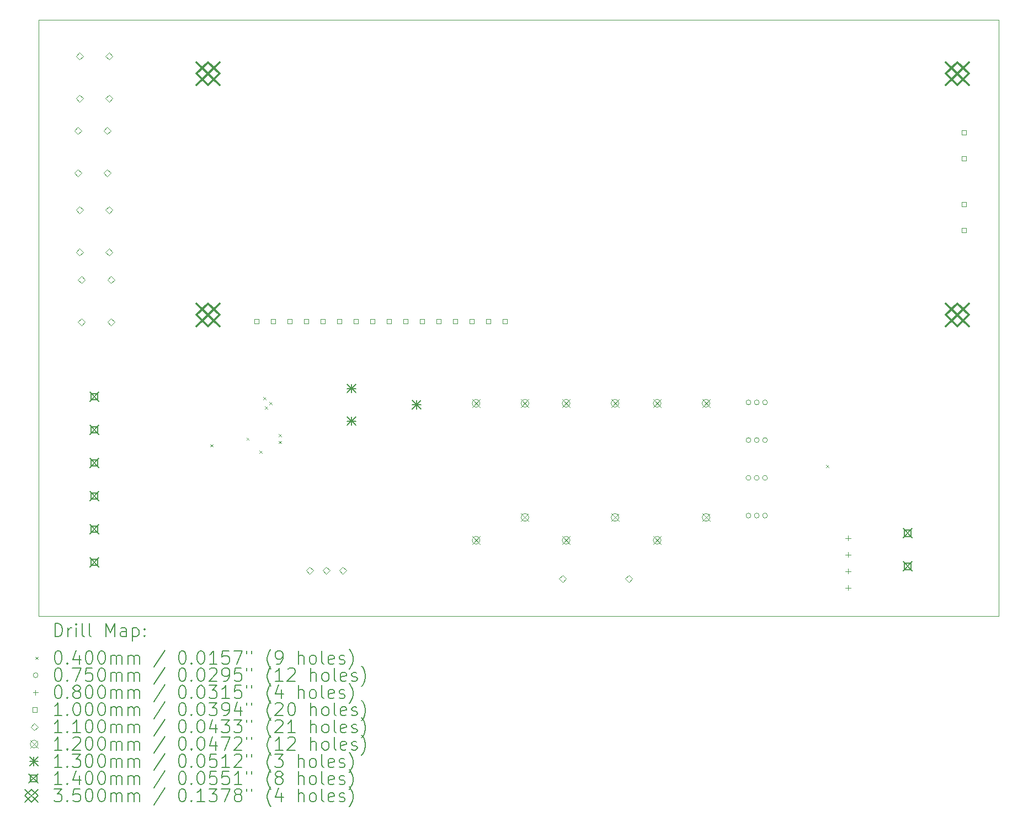
<source format=gbr>
%TF.GenerationSoftware,KiCad,Pcbnew,7.0.7*%
%TF.CreationDate,2023-12-03T21:52:43-03:00*%
%TF.ProjectId,climatizador automatico,636c696d-6174-4697-9a61-646f72206175,rev?*%
%TF.SameCoordinates,Original*%
%TF.FileFunction,Drillmap*%
%TF.FilePolarity,Positive*%
%FSLAX45Y45*%
G04 Gerber Fmt 4.5, Leading zero omitted, Abs format (unit mm)*
G04 Created by KiCad (PCBNEW 7.0.7) date 2023-12-03 21:52:43*
%MOMM*%
%LPD*%
G01*
G04 APERTURE LIST*
%ADD10C,0.100000*%
%ADD11C,0.200000*%
%ADD12C,0.040000*%
%ADD13C,0.075000*%
%ADD14C,0.080000*%
%ADD15C,0.110000*%
%ADD16C,0.120000*%
%ADD17C,0.130000*%
%ADD18C,0.140000*%
%ADD19C,0.350000*%
G04 APERTURE END LIST*
D10*
X6858000Y-3937000D02*
X21590000Y-3937000D01*
X21590000Y-13081000D01*
X6858000Y-13081000D01*
X6858000Y-3937000D01*
D11*
D12*
X9496280Y-10446940D02*
X9536280Y-10486940D01*
X9536280Y-10446940D02*
X9496280Y-10486940D01*
X10051470Y-10344900D02*
X10091470Y-10384900D01*
X10091470Y-10344900D02*
X10051470Y-10384900D01*
X10250130Y-10546940D02*
X10290130Y-10586940D01*
X10290130Y-10546940D02*
X10250130Y-10586940D01*
X10307410Y-9723780D02*
X10347410Y-9763780D01*
X10347410Y-9723780D02*
X10307410Y-9763780D01*
X10332900Y-9870260D02*
X10372900Y-9910260D01*
X10372900Y-9870260D02*
X10332900Y-9910260D01*
X10404220Y-9796940D02*
X10444220Y-9836940D01*
X10444220Y-9796940D02*
X10404220Y-9836940D01*
X10545320Y-10290280D02*
X10585320Y-10330280D01*
X10585320Y-10290280D02*
X10545320Y-10330280D01*
X10546300Y-10396940D02*
X10586300Y-10436940D01*
X10586300Y-10396940D02*
X10546300Y-10436940D01*
X18947610Y-10767520D02*
X18987610Y-10807520D01*
X18987610Y-10767520D02*
X18947610Y-10807520D01*
D13*
X17790840Y-9804940D02*
G75*
G03*
X17790840Y-9804940I-37500J0D01*
G01*
X17790840Y-10383940D02*
G75*
G03*
X17790840Y-10383940I-37500J0D01*
G01*
X17790840Y-10962940D02*
G75*
G03*
X17790840Y-10962940I-37500J0D01*
G01*
X17790840Y-11541940D02*
G75*
G03*
X17790840Y-11541940I-37500J0D01*
G01*
X17917840Y-9804940D02*
G75*
G03*
X17917840Y-9804940I-37500J0D01*
G01*
X17917840Y-10383940D02*
G75*
G03*
X17917840Y-10383940I-37500J0D01*
G01*
X17917840Y-10962940D02*
G75*
G03*
X17917840Y-10962940I-37500J0D01*
G01*
X17917840Y-11541940D02*
G75*
G03*
X17917840Y-11541940I-37500J0D01*
G01*
X18044840Y-9804940D02*
G75*
G03*
X18044840Y-9804940I-37500J0D01*
G01*
X18044840Y-10383940D02*
G75*
G03*
X18044840Y-10383940I-37500J0D01*
G01*
X18044840Y-10962940D02*
G75*
G03*
X18044840Y-10962940I-37500J0D01*
G01*
X18044840Y-11541940D02*
G75*
G03*
X18044840Y-11541940I-37500J0D01*
G01*
D14*
X19283840Y-11846440D02*
X19283840Y-11926440D01*
X19243840Y-11886440D02*
X19323840Y-11886440D01*
X19283840Y-12100440D02*
X19283840Y-12180440D01*
X19243840Y-12140440D02*
X19323840Y-12140440D01*
X19283840Y-12354440D02*
X19283840Y-12434440D01*
X19243840Y-12394440D02*
X19323840Y-12394440D01*
X19283840Y-12608440D02*
X19283840Y-12688440D01*
X19243840Y-12648440D02*
X19323840Y-12648440D01*
D10*
X10243446Y-8600046D02*
X10243446Y-8529334D01*
X10172734Y-8529334D01*
X10172734Y-8600046D01*
X10243446Y-8600046D01*
X10497446Y-8600046D02*
X10497446Y-8529334D01*
X10426734Y-8529334D01*
X10426734Y-8600046D01*
X10497446Y-8600046D01*
X10751446Y-8600046D02*
X10751446Y-8529334D01*
X10680734Y-8529334D01*
X10680734Y-8600046D01*
X10751446Y-8600046D01*
X11005446Y-8600046D02*
X11005446Y-8529334D01*
X10934734Y-8529334D01*
X10934734Y-8600046D01*
X11005446Y-8600046D01*
X11259446Y-8600046D02*
X11259446Y-8529334D01*
X11188734Y-8529334D01*
X11188734Y-8600046D01*
X11259446Y-8600046D01*
X11513446Y-8600046D02*
X11513446Y-8529334D01*
X11442734Y-8529334D01*
X11442734Y-8600046D01*
X11513446Y-8600046D01*
X11767446Y-8600046D02*
X11767446Y-8529334D01*
X11696734Y-8529334D01*
X11696734Y-8600046D01*
X11767446Y-8600046D01*
X12021446Y-8600046D02*
X12021446Y-8529334D01*
X11950734Y-8529334D01*
X11950734Y-8600046D01*
X12021446Y-8600046D01*
X12275446Y-8600046D02*
X12275446Y-8529334D01*
X12204734Y-8529334D01*
X12204734Y-8600046D01*
X12275446Y-8600046D01*
X12529446Y-8600046D02*
X12529446Y-8529334D01*
X12458734Y-8529334D01*
X12458734Y-8600046D01*
X12529446Y-8600046D01*
X12783446Y-8600046D02*
X12783446Y-8529334D01*
X12712734Y-8529334D01*
X12712734Y-8600046D01*
X12783446Y-8600046D01*
X13037446Y-8600046D02*
X13037446Y-8529334D01*
X12966734Y-8529334D01*
X12966734Y-8600046D01*
X13037446Y-8600046D01*
X13291446Y-8600046D02*
X13291446Y-8529334D01*
X13220734Y-8529334D01*
X13220734Y-8600046D01*
X13291446Y-8600046D01*
X13545446Y-8600046D02*
X13545446Y-8529334D01*
X13474734Y-8529334D01*
X13474734Y-8600046D01*
X13545446Y-8600046D01*
X13799446Y-8600046D02*
X13799446Y-8529334D01*
X13728734Y-8529334D01*
X13728734Y-8600046D01*
X13799446Y-8600046D01*
X14053446Y-8600046D02*
X14053446Y-8529334D01*
X13982734Y-8529334D01*
X13982734Y-8600046D01*
X14053446Y-8600046D01*
X21095446Y-5700046D02*
X21095446Y-5629334D01*
X21024734Y-5629334D01*
X21024734Y-5700046D01*
X21095446Y-5700046D01*
X21095446Y-6100046D02*
X21095446Y-6029334D01*
X21024734Y-6029334D01*
X21024734Y-6100046D01*
X21095446Y-6100046D01*
X21095446Y-6800046D02*
X21095446Y-6729334D01*
X21024734Y-6729334D01*
X21024734Y-6800046D01*
X21095446Y-6800046D01*
X21095446Y-7200046D02*
X21095446Y-7129334D01*
X21024734Y-7129334D01*
X21024734Y-7200046D01*
X21095446Y-7200046D01*
D15*
X7463090Y-5693690D02*
X7518090Y-5638690D01*
X7463090Y-5583690D01*
X7408090Y-5638690D01*
X7463090Y-5693690D01*
X7463090Y-6343690D02*
X7518090Y-6288690D01*
X7463090Y-6233690D01*
X7408090Y-6288690D01*
X7463090Y-6343690D01*
X7492090Y-4550690D02*
X7547090Y-4495690D01*
X7492090Y-4440690D01*
X7437090Y-4495690D01*
X7492090Y-4550690D01*
X7492090Y-5200690D02*
X7547090Y-5145690D01*
X7492090Y-5090690D01*
X7437090Y-5145690D01*
X7492090Y-5200690D01*
X7492090Y-6907690D02*
X7547090Y-6852690D01*
X7492090Y-6797690D01*
X7437090Y-6852690D01*
X7492090Y-6907690D01*
X7492090Y-7557690D02*
X7547090Y-7502690D01*
X7492090Y-7447690D01*
X7437090Y-7502690D01*
X7492090Y-7557690D01*
X7521090Y-7979690D02*
X7576090Y-7924690D01*
X7521090Y-7869690D01*
X7466090Y-7924690D01*
X7521090Y-7979690D01*
X7521090Y-8629690D02*
X7576090Y-8574690D01*
X7521090Y-8519690D01*
X7466090Y-8574690D01*
X7521090Y-8629690D01*
X7913090Y-5693690D02*
X7968090Y-5638690D01*
X7913090Y-5583690D01*
X7858090Y-5638690D01*
X7913090Y-5693690D01*
X7913090Y-6343690D02*
X7968090Y-6288690D01*
X7913090Y-6233690D01*
X7858090Y-6288690D01*
X7913090Y-6343690D01*
X7942090Y-4550690D02*
X7997090Y-4495690D01*
X7942090Y-4440690D01*
X7887090Y-4495690D01*
X7942090Y-4550690D01*
X7942090Y-5200690D02*
X7997090Y-5145690D01*
X7942090Y-5090690D01*
X7887090Y-5145690D01*
X7942090Y-5200690D01*
X7942090Y-6907690D02*
X7997090Y-6852690D01*
X7942090Y-6797690D01*
X7887090Y-6852690D01*
X7942090Y-6907690D01*
X7942090Y-7557690D02*
X7997090Y-7502690D01*
X7942090Y-7447690D01*
X7887090Y-7502690D01*
X7942090Y-7557690D01*
X7971090Y-7979690D02*
X8026090Y-7924690D01*
X7971090Y-7869690D01*
X7916090Y-7924690D01*
X7971090Y-7979690D01*
X7971090Y-8629690D02*
X8026090Y-8574690D01*
X7971090Y-8519690D01*
X7916090Y-8574690D01*
X7971090Y-8629690D01*
X11019090Y-12439690D02*
X11074090Y-12384690D01*
X11019090Y-12329690D01*
X10964090Y-12384690D01*
X11019090Y-12439690D01*
X11273090Y-12439690D02*
X11328090Y-12384690D01*
X11273090Y-12329690D01*
X11218090Y-12384690D01*
X11273090Y-12439690D01*
X11527090Y-12439690D02*
X11582090Y-12384690D01*
X11527090Y-12329690D01*
X11472090Y-12384690D01*
X11527090Y-12439690D01*
X14904090Y-12566690D02*
X14959090Y-12511690D01*
X14904090Y-12456690D01*
X14849090Y-12511690D01*
X14904090Y-12566690D01*
X15920090Y-12566690D02*
X15975090Y-12511690D01*
X15920090Y-12456690D01*
X15865090Y-12511690D01*
X15920090Y-12566690D01*
D16*
X13514340Y-9759940D02*
X13634340Y-9879940D01*
X13634340Y-9759940D02*
X13514340Y-9879940D01*
X13634340Y-9819940D02*
G75*
G03*
X13634340Y-9819940I-60000J0D01*
G01*
X13514340Y-11859940D02*
X13634340Y-11979940D01*
X13634340Y-11859940D02*
X13514340Y-11979940D01*
X13634340Y-11919940D02*
G75*
G03*
X13634340Y-11919940I-60000J0D01*
G01*
X14264340Y-9759940D02*
X14384340Y-9879940D01*
X14384340Y-9759940D02*
X14264340Y-9879940D01*
X14384340Y-9819940D02*
G75*
G03*
X14384340Y-9819940I-60000J0D01*
G01*
X14264340Y-11509940D02*
X14384340Y-11629940D01*
X14384340Y-11509940D02*
X14264340Y-11629940D01*
X14384340Y-11569940D02*
G75*
G03*
X14384340Y-11569940I-60000J0D01*
G01*
X14896090Y-9759940D02*
X15016090Y-9879940D01*
X15016090Y-9759940D02*
X14896090Y-9879940D01*
X15016090Y-9819940D02*
G75*
G03*
X15016090Y-9819940I-60000J0D01*
G01*
X14896090Y-11859940D02*
X15016090Y-11979940D01*
X15016090Y-11859940D02*
X14896090Y-11979940D01*
X15016090Y-11919940D02*
G75*
G03*
X15016090Y-11919940I-60000J0D01*
G01*
X15646090Y-9759940D02*
X15766090Y-9879940D01*
X15766090Y-9759940D02*
X15646090Y-9879940D01*
X15766090Y-9819940D02*
G75*
G03*
X15766090Y-9819940I-60000J0D01*
G01*
X15646090Y-11509940D02*
X15766090Y-11629940D01*
X15766090Y-11509940D02*
X15646090Y-11629940D01*
X15766090Y-11569940D02*
G75*
G03*
X15766090Y-11569940I-60000J0D01*
G01*
X16293090Y-9759940D02*
X16413090Y-9879940D01*
X16413090Y-9759940D02*
X16293090Y-9879940D01*
X16413090Y-9819940D02*
G75*
G03*
X16413090Y-9819940I-60000J0D01*
G01*
X16293090Y-11859940D02*
X16413090Y-11979940D01*
X16413090Y-11859940D02*
X16293090Y-11979940D01*
X16413090Y-11919940D02*
G75*
G03*
X16413090Y-11919940I-60000J0D01*
G01*
X17043090Y-9759940D02*
X17163090Y-9879940D01*
X17163090Y-9759940D02*
X17043090Y-9879940D01*
X17163090Y-9819940D02*
G75*
G03*
X17163090Y-9819940I-60000J0D01*
G01*
X17043090Y-11509940D02*
X17163090Y-11629940D01*
X17163090Y-11509940D02*
X17043090Y-11629940D01*
X17163090Y-11569940D02*
G75*
G03*
X17163090Y-11569940I-60000J0D01*
G01*
D17*
X11597090Y-9527190D02*
X11727090Y-9657190D01*
X11727090Y-9527190D02*
X11597090Y-9657190D01*
X11662090Y-9527190D02*
X11662090Y-9657190D01*
X11597090Y-9592190D02*
X11727090Y-9592190D01*
X11597090Y-10027190D02*
X11727090Y-10157190D01*
X11727090Y-10027190D02*
X11597090Y-10157190D01*
X11662090Y-10027190D02*
X11662090Y-10157190D01*
X11597090Y-10092190D02*
X11727090Y-10092190D01*
X12597090Y-9777190D02*
X12727090Y-9907190D01*
X12727090Y-9777190D02*
X12597090Y-9907190D01*
X12662090Y-9777190D02*
X12662090Y-9907190D01*
X12597090Y-9842190D02*
X12727090Y-9842190D01*
D18*
X7647090Y-9647690D02*
X7787090Y-9787690D01*
X7787090Y-9647690D02*
X7647090Y-9787690D01*
X7766588Y-9767188D02*
X7766588Y-9668192D01*
X7667592Y-9668192D01*
X7667592Y-9767188D01*
X7766588Y-9767188D01*
X7647090Y-10155690D02*
X7787090Y-10295690D01*
X7787090Y-10155690D02*
X7647090Y-10295690D01*
X7766588Y-10275188D02*
X7766588Y-10176192D01*
X7667592Y-10176192D01*
X7667592Y-10275188D01*
X7766588Y-10275188D01*
X7647090Y-10663690D02*
X7787090Y-10803690D01*
X7787090Y-10663690D02*
X7647090Y-10803690D01*
X7766588Y-10783188D02*
X7766588Y-10684192D01*
X7667592Y-10684192D01*
X7667592Y-10783188D01*
X7766588Y-10783188D01*
X7647090Y-11171690D02*
X7787090Y-11311690D01*
X7787090Y-11171690D02*
X7647090Y-11311690D01*
X7766588Y-11291188D02*
X7766588Y-11192192D01*
X7667592Y-11192192D01*
X7667592Y-11291188D01*
X7766588Y-11291188D01*
X7647090Y-11679690D02*
X7787090Y-11819690D01*
X7787090Y-11679690D02*
X7647090Y-11819690D01*
X7766588Y-11799188D02*
X7766588Y-11700192D01*
X7667592Y-11700192D01*
X7667592Y-11799188D01*
X7766588Y-11799188D01*
X7647090Y-12187690D02*
X7787090Y-12327690D01*
X7787090Y-12187690D02*
X7647090Y-12327690D01*
X7766588Y-12307188D02*
X7766588Y-12208192D01*
X7667592Y-12208192D01*
X7667592Y-12307188D01*
X7766588Y-12307188D01*
X20126250Y-11741000D02*
X20266250Y-11881000D01*
X20266250Y-11741000D02*
X20126250Y-11881000D01*
X20245748Y-11860498D02*
X20245748Y-11761502D01*
X20146752Y-11761502D01*
X20146752Y-11860498D01*
X20245748Y-11860498D01*
X20126250Y-12249000D02*
X20266250Y-12389000D01*
X20266250Y-12249000D02*
X20126250Y-12389000D01*
X20245748Y-12368498D02*
X20245748Y-12269502D01*
X20146752Y-12269502D01*
X20146752Y-12368498D01*
X20245748Y-12368498D01*
D19*
X9285090Y-4589690D02*
X9635090Y-4939690D01*
X9635090Y-4589690D02*
X9285090Y-4939690D01*
X9460090Y-4939690D02*
X9635090Y-4764690D01*
X9460090Y-4589690D01*
X9285090Y-4764690D01*
X9460090Y-4939690D01*
X9285090Y-8289690D02*
X9635090Y-8639690D01*
X9635090Y-8289690D02*
X9285090Y-8639690D01*
X9460090Y-8639690D02*
X9635090Y-8464690D01*
X9460090Y-8289690D01*
X9285090Y-8464690D01*
X9460090Y-8639690D01*
X20785090Y-4589690D02*
X21135090Y-4939690D01*
X21135090Y-4589690D02*
X20785090Y-4939690D01*
X20960090Y-4939690D02*
X21135090Y-4764690D01*
X20960090Y-4589690D01*
X20785090Y-4764690D01*
X20960090Y-4939690D01*
X20785090Y-8289690D02*
X21135090Y-8639690D01*
X21135090Y-8289690D02*
X20785090Y-8639690D01*
X20960090Y-8639690D02*
X21135090Y-8464690D01*
X20960090Y-8289690D01*
X20785090Y-8464690D01*
X20960090Y-8639690D01*
D11*
X7113777Y-13397484D02*
X7113777Y-13197484D01*
X7113777Y-13197484D02*
X7161396Y-13197484D01*
X7161396Y-13197484D02*
X7189967Y-13207008D01*
X7189967Y-13207008D02*
X7209015Y-13226055D01*
X7209015Y-13226055D02*
X7218539Y-13245103D01*
X7218539Y-13245103D02*
X7228062Y-13283198D01*
X7228062Y-13283198D02*
X7228062Y-13311769D01*
X7228062Y-13311769D02*
X7218539Y-13349865D01*
X7218539Y-13349865D02*
X7209015Y-13368912D01*
X7209015Y-13368912D02*
X7189967Y-13387960D01*
X7189967Y-13387960D02*
X7161396Y-13397484D01*
X7161396Y-13397484D02*
X7113777Y-13397484D01*
X7313777Y-13397484D02*
X7313777Y-13264150D01*
X7313777Y-13302246D02*
X7323301Y-13283198D01*
X7323301Y-13283198D02*
X7332824Y-13273674D01*
X7332824Y-13273674D02*
X7351872Y-13264150D01*
X7351872Y-13264150D02*
X7370920Y-13264150D01*
X7437586Y-13397484D02*
X7437586Y-13264150D01*
X7437586Y-13197484D02*
X7428062Y-13207008D01*
X7428062Y-13207008D02*
X7437586Y-13216531D01*
X7437586Y-13216531D02*
X7447110Y-13207008D01*
X7447110Y-13207008D02*
X7437586Y-13197484D01*
X7437586Y-13197484D02*
X7437586Y-13216531D01*
X7561396Y-13397484D02*
X7542348Y-13387960D01*
X7542348Y-13387960D02*
X7532824Y-13368912D01*
X7532824Y-13368912D02*
X7532824Y-13197484D01*
X7666158Y-13397484D02*
X7647110Y-13387960D01*
X7647110Y-13387960D02*
X7637586Y-13368912D01*
X7637586Y-13368912D02*
X7637586Y-13197484D01*
X7894729Y-13397484D02*
X7894729Y-13197484D01*
X7894729Y-13197484D02*
X7961396Y-13340341D01*
X7961396Y-13340341D02*
X8028062Y-13197484D01*
X8028062Y-13197484D02*
X8028062Y-13397484D01*
X8209015Y-13397484D02*
X8209015Y-13292722D01*
X8209015Y-13292722D02*
X8199491Y-13273674D01*
X8199491Y-13273674D02*
X8180443Y-13264150D01*
X8180443Y-13264150D02*
X8142348Y-13264150D01*
X8142348Y-13264150D02*
X8123301Y-13273674D01*
X8209015Y-13387960D02*
X8189967Y-13397484D01*
X8189967Y-13397484D02*
X8142348Y-13397484D01*
X8142348Y-13397484D02*
X8123301Y-13387960D01*
X8123301Y-13387960D02*
X8113777Y-13368912D01*
X8113777Y-13368912D02*
X8113777Y-13349865D01*
X8113777Y-13349865D02*
X8123301Y-13330817D01*
X8123301Y-13330817D02*
X8142348Y-13321293D01*
X8142348Y-13321293D02*
X8189967Y-13321293D01*
X8189967Y-13321293D02*
X8209015Y-13311769D01*
X8304253Y-13264150D02*
X8304253Y-13464150D01*
X8304253Y-13273674D02*
X8323301Y-13264150D01*
X8323301Y-13264150D02*
X8361396Y-13264150D01*
X8361396Y-13264150D02*
X8380443Y-13273674D01*
X8380443Y-13273674D02*
X8389967Y-13283198D01*
X8389967Y-13283198D02*
X8399491Y-13302246D01*
X8399491Y-13302246D02*
X8399491Y-13359388D01*
X8399491Y-13359388D02*
X8389967Y-13378436D01*
X8389967Y-13378436D02*
X8380443Y-13387960D01*
X8380443Y-13387960D02*
X8361396Y-13397484D01*
X8361396Y-13397484D02*
X8323301Y-13397484D01*
X8323301Y-13397484D02*
X8304253Y-13387960D01*
X8485205Y-13378436D02*
X8494729Y-13387960D01*
X8494729Y-13387960D02*
X8485205Y-13397484D01*
X8485205Y-13397484D02*
X8475682Y-13387960D01*
X8475682Y-13387960D02*
X8485205Y-13378436D01*
X8485205Y-13378436D02*
X8485205Y-13397484D01*
X8485205Y-13273674D02*
X8494729Y-13283198D01*
X8494729Y-13283198D02*
X8485205Y-13292722D01*
X8485205Y-13292722D02*
X8475682Y-13283198D01*
X8475682Y-13283198D02*
X8485205Y-13273674D01*
X8485205Y-13273674D02*
X8485205Y-13292722D01*
D12*
X6813000Y-13706000D02*
X6853000Y-13746000D01*
X6853000Y-13706000D02*
X6813000Y-13746000D01*
D11*
X7151872Y-13617484D02*
X7170920Y-13617484D01*
X7170920Y-13617484D02*
X7189967Y-13627008D01*
X7189967Y-13627008D02*
X7199491Y-13636531D01*
X7199491Y-13636531D02*
X7209015Y-13655579D01*
X7209015Y-13655579D02*
X7218539Y-13693674D01*
X7218539Y-13693674D02*
X7218539Y-13741293D01*
X7218539Y-13741293D02*
X7209015Y-13779388D01*
X7209015Y-13779388D02*
X7199491Y-13798436D01*
X7199491Y-13798436D02*
X7189967Y-13807960D01*
X7189967Y-13807960D02*
X7170920Y-13817484D01*
X7170920Y-13817484D02*
X7151872Y-13817484D01*
X7151872Y-13817484D02*
X7132824Y-13807960D01*
X7132824Y-13807960D02*
X7123301Y-13798436D01*
X7123301Y-13798436D02*
X7113777Y-13779388D01*
X7113777Y-13779388D02*
X7104253Y-13741293D01*
X7104253Y-13741293D02*
X7104253Y-13693674D01*
X7104253Y-13693674D02*
X7113777Y-13655579D01*
X7113777Y-13655579D02*
X7123301Y-13636531D01*
X7123301Y-13636531D02*
X7132824Y-13627008D01*
X7132824Y-13627008D02*
X7151872Y-13617484D01*
X7304253Y-13798436D02*
X7313777Y-13807960D01*
X7313777Y-13807960D02*
X7304253Y-13817484D01*
X7304253Y-13817484D02*
X7294729Y-13807960D01*
X7294729Y-13807960D02*
X7304253Y-13798436D01*
X7304253Y-13798436D02*
X7304253Y-13817484D01*
X7485205Y-13684150D02*
X7485205Y-13817484D01*
X7437586Y-13607960D02*
X7389967Y-13750817D01*
X7389967Y-13750817D02*
X7513777Y-13750817D01*
X7628062Y-13617484D02*
X7647110Y-13617484D01*
X7647110Y-13617484D02*
X7666158Y-13627008D01*
X7666158Y-13627008D02*
X7675682Y-13636531D01*
X7675682Y-13636531D02*
X7685205Y-13655579D01*
X7685205Y-13655579D02*
X7694729Y-13693674D01*
X7694729Y-13693674D02*
X7694729Y-13741293D01*
X7694729Y-13741293D02*
X7685205Y-13779388D01*
X7685205Y-13779388D02*
X7675682Y-13798436D01*
X7675682Y-13798436D02*
X7666158Y-13807960D01*
X7666158Y-13807960D02*
X7647110Y-13817484D01*
X7647110Y-13817484D02*
X7628062Y-13817484D01*
X7628062Y-13817484D02*
X7609015Y-13807960D01*
X7609015Y-13807960D02*
X7599491Y-13798436D01*
X7599491Y-13798436D02*
X7589967Y-13779388D01*
X7589967Y-13779388D02*
X7580443Y-13741293D01*
X7580443Y-13741293D02*
X7580443Y-13693674D01*
X7580443Y-13693674D02*
X7589967Y-13655579D01*
X7589967Y-13655579D02*
X7599491Y-13636531D01*
X7599491Y-13636531D02*
X7609015Y-13627008D01*
X7609015Y-13627008D02*
X7628062Y-13617484D01*
X7818539Y-13617484D02*
X7837586Y-13617484D01*
X7837586Y-13617484D02*
X7856634Y-13627008D01*
X7856634Y-13627008D02*
X7866158Y-13636531D01*
X7866158Y-13636531D02*
X7875682Y-13655579D01*
X7875682Y-13655579D02*
X7885205Y-13693674D01*
X7885205Y-13693674D02*
X7885205Y-13741293D01*
X7885205Y-13741293D02*
X7875682Y-13779388D01*
X7875682Y-13779388D02*
X7866158Y-13798436D01*
X7866158Y-13798436D02*
X7856634Y-13807960D01*
X7856634Y-13807960D02*
X7837586Y-13817484D01*
X7837586Y-13817484D02*
X7818539Y-13817484D01*
X7818539Y-13817484D02*
X7799491Y-13807960D01*
X7799491Y-13807960D02*
X7789967Y-13798436D01*
X7789967Y-13798436D02*
X7780443Y-13779388D01*
X7780443Y-13779388D02*
X7770920Y-13741293D01*
X7770920Y-13741293D02*
X7770920Y-13693674D01*
X7770920Y-13693674D02*
X7780443Y-13655579D01*
X7780443Y-13655579D02*
X7789967Y-13636531D01*
X7789967Y-13636531D02*
X7799491Y-13627008D01*
X7799491Y-13627008D02*
X7818539Y-13617484D01*
X7970920Y-13817484D02*
X7970920Y-13684150D01*
X7970920Y-13703198D02*
X7980443Y-13693674D01*
X7980443Y-13693674D02*
X7999491Y-13684150D01*
X7999491Y-13684150D02*
X8028063Y-13684150D01*
X8028063Y-13684150D02*
X8047110Y-13693674D01*
X8047110Y-13693674D02*
X8056634Y-13712722D01*
X8056634Y-13712722D02*
X8056634Y-13817484D01*
X8056634Y-13712722D02*
X8066158Y-13693674D01*
X8066158Y-13693674D02*
X8085205Y-13684150D01*
X8085205Y-13684150D02*
X8113777Y-13684150D01*
X8113777Y-13684150D02*
X8132824Y-13693674D01*
X8132824Y-13693674D02*
X8142348Y-13712722D01*
X8142348Y-13712722D02*
X8142348Y-13817484D01*
X8237586Y-13817484D02*
X8237586Y-13684150D01*
X8237586Y-13703198D02*
X8247110Y-13693674D01*
X8247110Y-13693674D02*
X8266158Y-13684150D01*
X8266158Y-13684150D02*
X8294729Y-13684150D01*
X8294729Y-13684150D02*
X8313777Y-13693674D01*
X8313777Y-13693674D02*
X8323301Y-13712722D01*
X8323301Y-13712722D02*
X8323301Y-13817484D01*
X8323301Y-13712722D02*
X8332824Y-13693674D01*
X8332824Y-13693674D02*
X8351872Y-13684150D01*
X8351872Y-13684150D02*
X8380443Y-13684150D01*
X8380443Y-13684150D02*
X8399491Y-13693674D01*
X8399491Y-13693674D02*
X8409015Y-13712722D01*
X8409015Y-13712722D02*
X8409015Y-13817484D01*
X8799491Y-13607960D02*
X8628063Y-13865103D01*
X9056634Y-13617484D02*
X9075682Y-13617484D01*
X9075682Y-13617484D02*
X9094729Y-13627008D01*
X9094729Y-13627008D02*
X9104253Y-13636531D01*
X9104253Y-13636531D02*
X9113777Y-13655579D01*
X9113777Y-13655579D02*
X9123301Y-13693674D01*
X9123301Y-13693674D02*
X9123301Y-13741293D01*
X9123301Y-13741293D02*
X9113777Y-13779388D01*
X9113777Y-13779388D02*
X9104253Y-13798436D01*
X9104253Y-13798436D02*
X9094729Y-13807960D01*
X9094729Y-13807960D02*
X9075682Y-13817484D01*
X9075682Y-13817484D02*
X9056634Y-13817484D01*
X9056634Y-13817484D02*
X9037587Y-13807960D01*
X9037587Y-13807960D02*
X9028063Y-13798436D01*
X9028063Y-13798436D02*
X9018539Y-13779388D01*
X9018539Y-13779388D02*
X9009015Y-13741293D01*
X9009015Y-13741293D02*
X9009015Y-13693674D01*
X9009015Y-13693674D02*
X9018539Y-13655579D01*
X9018539Y-13655579D02*
X9028063Y-13636531D01*
X9028063Y-13636531D02*
X9037587Y-13627008D01*
X9037587Y-13627008D02*
X9056634Y-13617484D01*
X9209015Y-13798436D02*
X9218539Y-13807960D01*
X9218539Y-13807960D02*
X9209015Y-13817484D01*
X9209015Y-13817484D02*
X9199491Y-13807960D01*
X9199491Y-13807960D02*
X9209015Y-13798436D01*
X9209015Y-13798436D02*
X9209015Y-13817484D01*
X9342348Y-13617484D02*
X9361396Y-13617484D01*
X9361396Y-13617484D02*
X9380444Y-13627008D01*
X9380444Y-13627008D02*
X9389968Y-13636531D01*
X9389968Y-13636531D02*
X9399491Y-13655579D01*
X9399491Y-13655579D02*
X9409015Y-13693674D01*
X9409015Y-13693674D02*
X9409015Y-13741293D01*
X9409015Y-13741293D02*
X9399491Y-13779388D01*
X9399491Y-13779388D02*
X9389968Y-13798436D01*
X9389968Y-13798436D02*
X9380444Y-13807960D01*
X9380444Y-13807960D02*
X9361396Y-13817484D01*
X9361396Y-13817484D02*
X9342348Y-13817484D01*
X9342348Y-13817484D02*
X9323301Y-13807960D01*
X9323301Y-13807960D02*
X9313777Y-13798436D01*
X9313777Y-13798436D02*
X9304253Y-13779388D01*
X9304253Y-13779388D02*
X9294729Y-13741293D01*
X9294729Y-13741293D02*
X9294729Y-13693674D01*
X9294729Y-13693674D02*
X9304253Y-13655579D01*
X9304253Y-13655579D02*
X9313777Y-13636531D01*
X9313777Y-13636531D02*
X9323301Y-13627008D01*
X9323301Y-13627008D02*
X9342348Y-13617484D01*
X9599491Y-13817484D02*
X9485206Y-13817484D01*
X9542348Y-13817484D02*
X9542348Y-13617484D01*
X9542348Y-13617484D02*
X9523301Y-13646055D01*
X9523301Y-13646055D02*
X9504253Y-13665103D01*
X9504253Y-13665103D02*
X9485206Y-13674627D01*
X9780444Y-13617484D02*
X9685206Y-13617484D01*
X9685206Y-13617484D02*
X9675682Y-13712722D01*
X9675682Y-13712722D02*
X9685206Y-13703198D01*
X9685206Y-13703198D02*
X9704253Y-13693674D01*
X9704253Y-13693674D02*
X9751872Y-13693674D01*
X9751872Y-13693674D02*
X9770920Y-13703198D01*
X9770920Y-13703198D02*
X9780444Y-13712722D01*
X9780444Y-13712722D02*
X9789968Y-13731769D01*
X9789968Y-13731769D02*
X9789968Y-13779388D01*
X9789968Y-13779388D02*
X9780444Y-13798436D01*
X9780444Y-13798436D02*
X9770920Y-13807960D01*
X9770920Y-13807960D02*
X9751872Y-13817484D01*
X9751872Y-13817484D02*
X9704253Y-13817484D01*
X9704253Y-13817484D02*
X9685206Y-13807960D01*
X9685206Y-13807960D02*
X9675682Y-13798436D01*
X9856634Y-13617484D02*
X9989968Y-13617484D01*
X9989968Y-13617484D02*
X9904253Y-13817484D01*
X10056634Y-13617484D02*
X10056634Y-13655579D01*
X10132825Y-13617484D02*
X10132825Y-13655579D01*
X10428063Y-13893674D02*
X10418539Y-13884150D01*
X10418539Y-13884150D02*
X10399491Y-13855579D01*
X10399491Y-13855579D02*
X10389968Y-13836531D01*
X10389968Y-13836531D02*
X10380444Y-13807960D01*
X10380444Y-13807960D02*
X10370920Y-13760341D01*
X10370920Y-13760341D02*
X10370920Y-13722246D01*
X10370920Y-13722246D02*
X10380444Y-13674627D01*
X10380444Y-13674627D02*
X10389968Y-13646055D01*
X10389968Y-13646055D02*
X10399491Y-13627008D01*
X10399491Y-13627008D02*
X10418539Y-13598436D01*
X10418539Y-13598436D02*
X10428063Y-13588912D01*
X10513777Y-13817484D02*
X10551872Y-13817484D01*
X10551872Y-13817484D02*
X10570920Y-13807960D01*
X10570920Y-13807960D02*
X10580444Y-13798436D01*
X10580444Y-13798436D02*
X10599491Y-13769865D01*
X10599491Y-13769865D02*
X10609015Y-13731769D01*
X10609015Y-13731769D02*
X10609015Y-13655579D01*
X10609015Y-13655579D02*
X10599491Y-13636531D01*
X10599491Y-13636531D02*
X10589968Y-13627008D01*
X10589968Y-13627008D02*
X10570920Y-13617484D01*
X10570920Y-13617484D02*
X10532825Y-13617484D01*
X10532825Y-13617484D02*
X10513777Y-13627008D01*
X10513777Y-13627008D02*
X10504253Y-13636531D01*
X10504253Y-13636531D02*
X10494730Y-13655579D01*
X10494730Y-13655579D02*
X10494730Y-13703198D01*
X10494730Y-13703198D02*
X10504253Y-13722246D01*
X10504253Y-13722246D02*
X10513777Y-13731769D01*
X10513777Y-13731769D02*
X10532825Y-13741293D01*
X10532825Y-13741293D02*
X10570920Y-13741293D01*
X10570920Y-13741293D02*
X10589968Y-13731769D01*
X10589968Y-13731769D02*
X10599491Y-13722246D01*
X10599491Y-13722246D02*
X10609015Y-13703198D01*
X10847111Y-13817484D02*
X10847111Y-13617484D01*
X10932825Y-13817484D02*
X10932825Y-13712722D01*
X10932825Y-13712722D02*
X10923301Y-13693674D01*
X10923301Y-13693674D02*
X10904253Y-13684150D01*
X10904253Y-13684150D02*
X10875682Y-13684150D01*
X10875682Y-13684150D02*
X10856634Y-13693674D01*
X10856634Y-13693674D02*
X10847111Y-13703198D01*
X11056634Y-13817484D02*
X11037587Y-13807960D01*
X11037587Y-13807960D02*
X11028063Y-13798436D01*
X11028063Y-13798436D02*
X11018539Y-13779388D01*
X11018539Y-13779388D02*
X11018539Y-13722246D01*
X11018539Y-13722246D02*
X11028063Y-13703198D01*
X11028063Y-13703198D02*
X11037587Y-13693674D01*
X11037587Y-13693674D02*
X11056634Y-13684150D01*
X11056634Y-13684150D02*
X11085206Y-13684150D01*
X11085206Y-13684150D02*
X11104253Y-13693674D01*
X11104253Y-13693674D02*
X11113777Y-13703198D01*
X11113777Y-13703198D02*
X11123301Y-13722246D01*
X11123301Y-13722246D02*
X11123301Y-13779388D01*
X11123301Y-13779388D02*
X11113777Y-13798436D01*
X11113777Y-13798436D02*
X11104253Y-13807960D01*
X11104253Y-13807960D02*
X11085206Y-13817484D01*
X11085206Y-13817484D02*
X11056634Y-13817484D01*
X11237587Y-13817484D02*
X11218539Y-13807960D01*
X11218539Y-13807960D02*
X11209015Y-13788912D01*
X11209015Y-13788912D02*
X11209015Y-13617484D01*
X11389968Y-13807960D02*
X11370920Y-13817484D01*
X11370920Y-13817484D02*
X11332825Y-13817484D01*
X11332825Y-13817484D02*
X11313777Y-13807960D01*
X11313777Y-13807960D02*
X11304253Y-13788912D01*
X11304253Y-13788912D02*
X11304253Y-13712722D01*
X11304253Y-13712722D02*
X11313777Y-13693674D01*
X11313777Y-13693674D02*
X11332825Y-13684150D01*
X11332825Y-13684150D02*
X11370920Y-13684150D01*
X11370920Y-13684150D02*
X11389968Y-13693674D01*
X11389968Y-13693674D02*
X11399491Y-13712722D01*
X11399491Y-13712722D02*
X11399491Y-13731769D01*
X11399491Y-13731769D02*
X11304253Y-13750817D01*
X11475682Y-13807960D02*
X11494730Y-13817484D01*
X11494730Y-13817484D02*
X11532825Y-13817484D01*
X11532825Y-13817484D02*
X11551872Y-13807960D01*
X11551872Y-13807960D02*
X11561396Y-13788912D01*
X11561396Y-13788912D02*
X11561396Y-13779388D01*
X11561396Y-13779388D02*
X11551872Y-13760341D01*
X11551872Y-13760341D02*
X11532825Y-13750817D01*
X11532825Y-13750817D02*
X11504253Y-13750817D01*
X11504253Y-13750817D02*
X11485206Y-13741293D01*
X11485206Y-13741293D02*
X11475682Y-13722246D01*
X11475682Y-13722246D02*
X11475682Y-13712722D01*
X11475682Y-13712722D02*
X11485206Y-13693674D01*
X11485206Y-13693674D02*
X11504253Y-13684150D01*
X11504253Y-13684150D02*
X11532825Y-13684150D01*
X11532825Y-13684150D02*
X11551872Y-13693674D01*
X11628063Y-13893674D02*
X11637587Y-13884150D01*
X11637587Y-13884150D02*
X11656634Y-13855579D01*
X11656634Y-13855579D02*
X11666158Y-13836531D01*
X11666158Y-13836531D02*
X11675682Y-13807960D01*
X11675682Y-13807960D02*
X11685206Y-13760341D01*
X11685206Y-13760341D02*
X11685206Y-13722246D01*
X11685206Y-13722246D02*
X11675682Y-13674627D01*
X11675682Y-13674627D02*
X11666158Y-13646055D01*
X11666158Y-13646055D02*
X11656634Y-13627008D01*
X11656634Y-13627008D02*
X11637587Y-13598436D01*
X11637587Y-13598436D02*
X11628063Y-13588912D01*
D13*
X6853000Y-13990000D02*
G75*
G03*
X6853000Y-13990000I-37500J0D01*
G01*
D11*
X7151872Y-13881484D02*
X7170920Y-13881484D01*
X7170920Y-13881484D02*
X7189967Y-13891008D01*
X7189967Y-13891008D02*
X7199491Y-13900531D01*
X7199491Y-13900531D02*
X7209015Y-13919579D01*
X7209015Y-13919579D02*
X7218539Y-13957674D01*
X7218539Y-13957674D02*
X7218539Y-14005293D01*
X7218539Y-14005293D02*
X7209015Y-14043388D01*
X7209015Y-14043388D02*
X7199491Y-14062436D01*
X7199491Y-14062436D02*
X7189967Y-14071960D01*
X7189967Y-14071960D02*
X7170920Y-14081484D01*
X7170920Y-14081484D02*
X7151872Y-14081484D01*
X7151872Y-14081484D02*
X7132824Y-14071960D01*
X7132824Y-14071960D02*
X7123301Y-14062436D01*
X7123301Y-14062436D02*
X7113777Y-14043388D01*
X7113777Y-14043388D02*
X7104253Y-14005293D01*
X7104253Y-14005293D02*
X7104253Y-13957674D01*
X7104253Y-13957674D02*
X7113777Y-13919579D01*
X7113777Y-13919579D02*
X7123301Y-13900531D01*
X7123301Y-13900531D02*
X7132824Y-13891008D01*
X7132824Y-13891008D02*
X7151872Y-13881484D01*
X7304253Y-14062436D02*
X7313777Y-14071960D01*
X7313777Y-14071960D02*
X7304253Y-14081484D01*
X7304253Y-14081484D02*
X7294729Y-14071960D01*
X7294729Y-14071960D02*
X7304253Y-14062436D01*
X7304253Y-14062436D02*
X7304253Y-14081484D01*
X7380443Y-13881484D02*
X7513777Y-13881484D01*
X7513777Y-13881484D02*
X7428062Y-14081484D01*
X7685205Y-13881484D02*
X7589967Y-13881484D01*
X7589967Y-13881484D02*
X7580443Y-13976722D01*
X7580443Y-13976722D02*
X7589967Y-13967198D01*
X7589967Y-13967198D02*
X7609015Y-13957674D01*
X7609015Y-13957674D02*
X7656634Y-13957674D01*
X7656634Y-13957674D02*
X7675682Y-13967198D01*
X7675682Y-13967198D02*
X7685205Y-13976722D01*
X7685205Y-13976722D02*
X7694729Y-13995769D01*
X7694729Y-13995769D02*
X7694729Y-14043388D01*
X7694729Y-14043388D02*
X7685205Y-14062436D01*
X7685205Y-14062436D02*
X7675682Y-14071960D01*
X7675682Y-14071960D02*
X7656634Y-14081484D01*
X7656634Y-14081484D02*
X7609015Y-14081484D01*
X7609015Y-14081484D02*
X7589967Y-14071960D01*
X7589967Y-14071960D02*
X7580443Y-14062436D01*
X7818539Y-13881484D02*
X7837586Y-13881484D01*
X7837586Y-13881484D02*
X7856634Y-13891008D01*
X7856634Y-13891008D02*
X7866158Y-13900531D01*
X7866158Y-13900531D02*
X7875682Y-13919579D01*
X7875682Y-13919579D02*
X7885205Y-13957674D01*
X7885205Y-13957674D02*
X7885205Y-14005293D01*
X7885205Y-14005293D02*
X7875682Y-14043388D01*
X7875682Y-14043388D02*
X7866158Y-14062436D01*
X7866158Y-14062436D02*
X7856634Y-14071960D01*
X7856634Y-14071960D02*
X7837586Y-14081484D01*
X7837586Y-14081484D02*
X7818539Y-14081484D01*
X7818539Y-14081484D02*
X7799491Y-14071960D01*
X7799491Y-14071960D02*
X7789967Y-14062436D01*
X7789967Y-14062436D02*
X7780443Y-14043388D01*
X7780443Y-14043388D02*
X7770920Y-14005293D01*
X7770920Y-14005293D02*
X7770920Y-13957674D01*
X7770920Y-13957674D02*
X7780443Y-13919579D01*
X7780443Y-13919579D02*
X7789967Y-13900531D01*
X7789967Y-13900531D02*
X7799491Y-13891008D01*
X7799491Y-13891008D02*
X7818539Y-13881484D01*
X7970920Y-14081484D02*
X7970920Y-13948150D01*
X7970920Y-13967198D02*
X7980443Y-13957674D01*
X7980443Y-13957674D02*
X7999491Y-13948150D01*
X7999491Y-13948150D02*
X8028063Y-13948150D01*
X8028063Y-13948150D02*
X8047110Y-13957674D01*
X8047110Y-13957674D02*
X8056634Y-13976722D01*
X8056634Y-13976722D02*
X8056634Y-14081484D01*
X8056634Y-13976722D02*
X8066158Y-13957674D01*
X8066158Y-13957674D02*
X8085205Y-13948150D01*
X8085205Y-13948150D02*
X8113777Y-13948150D01*
X8113777Y-13948150D02*
X8132824Y-13957674D01*
X8132824Y-13957674D02*
X8142348Y-13976722D01*
X8142348Y-13976722D02*
X8142348Y-14081484D01*
X8237586Y-14081484D02*
X8237586Y-13948150D01*
X8237586Y-13967198D02*
X8247110Y-13957674D01*
X8247110Y-13957674D02*
X8266158Y-13948150D01*
X8266158Y-13948150D02*
X8294729Y-13948150D01*
X8294729Y-13948150D02*
X8313777Y-13957674D01*
X8313777Y-13957674D02*
X8323301Y-13976722D01*
X8323301Y-13976722D02*
X8323301Y-14081484D01*
X8323301Y-13976722D02*
X8332824Y-13957674D01*
X8332824Y-13957674D02*
X8351872Y-13948150D01*
X8351872Y-13948150D02*
X8380443Y-13948150D01*
X8380443Y-13948150D02*
X8399491Y-13957674D01*
X8399491Y-13957674D02*
X8409015Y-13976722D01*
X8409015Y-13976722D02*
X8409015Y-14081484D01*
X8799491Y-13871960D02*
X8628063Y-14129103D01*
X9056634Y-13881484D02*
X9075682Y-13881484D01*
X9075682Y-13881484D02*
X9094729Y-13891008D01*
X9094729Y-13891008D02*
X9104253Y-13900531D01*
X9104253Y-13900531D02*
X9113777Y-13919579D01*
X9113777Y-13919579D02*
X9123301Y-13957674D01*
X9123301Y-13957674D02*
X9123301Y-14005293D01*
X9123301Y-14005293D02*
X9113777Y-14043388D01*
X9113777Y-14043388D02*
X9104253Y-14062436D01*
X9104253Y-14062436D02*
X9094729Y-14071960D01*
X9094729Y-14071960D02*
X9075682Y-14081484D01*
X9075682Y-14081484D02*
X9056634Y-14081484D01*
X9056634Y-14081484D02*
X9037587Y-14071960D01*
X9037587Y-14071960D02*
X9028063Y-14062436D01*
X9028063Y-14062436D02*
X9018539Y-14043388D01*
X9018539Y-14043388D02*
X9009015Y-14005293D01*
X9009015Y-14005293D02*
X9009015Y-13957674D01*
X9009015Y-13957674D02*
X9018539Y-13919579D01*
X9018539Y-13919579D02*
X9028063Y-13900531D01*
X9028063Y-13900531D02*
X9037587Y-13891008D01*
X9037587Y-13891008D02*
X9056634Y-13881484D01*
X9209015Y-14062436D02*
X9218539Y-14071960D01*
X9218539Y-14071960D02*
X9209015Y-14081484D01*
X9209015Y-14081484D02*
X9199491Y-14071960D01*
X9199491Y-14071960D02*
X9209015Y-14062436D01*
X9209015Y-14062436D02*
X9209015Y-14081484D01*
X9342348Y-13881484D02*
X9361396Y-13881484D01*
X9361396Y-13881484D02*
X9380444Y-13891008D01*
X9380444Y-13891008D02*
X9389968Y-13900531D01*
X9389968Y-13900531D02*
X9399491Y-13919579D01*
X9399491Y-13919579D02*
X9409015Y-13957674D01*
X9409015Y-13957674D02*
X9409015Y-14005293D01*
X9409015Y-14005293D02*
X9399491Y-14043388D01*
X9399491Y-14043388D02*
X9389968Y-14062436D01*
X9389968Y-14062436D02*
X9380444Y-14071960D01*
X9380444Y-14071960D02*
X9361396Y-14081484D01*
X9361396Y-14081484D02*
X9342348Y-14081484D01*
X9342348Y-14081484D02*
X9323301Y-14071960D01*
X9323301Y-14071960D02*
X9313777Y-14062436D01*
X9313777Y-14062436D02*
X9304253Y-14043388D01*
X9304253Y-14043388D02*
X9294729Y-14005293D01*
X9294729Y-14005293D02*
X9294729Y-13957674D01*
X9294729Y-13957674D02*
X9304253Y-13919579D01*
X9304253Y-13919579D02*
X9313777Y-13900531D01*
X9313777Y-13900531D02*
X9323301Y-13891008D01*
X9323301Y-13891008D02*
X9342348Y-13881484D01*
X9485206Y-13900531D02*
X9494729Y-13891008D01*
X9494729Y-13891008D02*
X9513777Y-13881484D01*
X9513777Y-13881484D02*
X9561396Y-13881484D01*
X9561396Y-13881484D02*
X9580444Y-13891008D01*
X9580444Y-13891008D02*
X9589968Y-13900531D01*
X9589968Y-13900531D02*
X9599491Y-13919579D01*
X9599491Y-13919579D02*
X9599491Y-13938627D01*
X9599491Y-13938627D02*
X9589968Y-13967198D01*
X9589968Y-13967198D02*
X9475682Y-14081484D01*
X9475682Y-14081484D02*
X9599491Y-14081484D01*
X9694729Y-14081484D02*
X9732825Y-14081484D01*
X9732825Y-14081484D02*
X9751872Y-14071960D01*
X9751872Y-14071960D02*
X9761396Y-14062436D01*
X9761396Y-14062436D02*
X9780444Y-14033865D01*
X9780444Y-14033865D02*
X9789968Y-13995769D01*
X9789968Y-13995769D02*
X9789968Y-13919579D01*
X9789968Y-13919579D02*
X9780444Y-13900531D01*
X9780444Y-13900531D02*
X9770920Y-13891008D01*
X9770920Y-13891008D02*
X9751872Y-13881484D01*
X9751872Y-13881484D02*
X9713777Y-13881484D01*
X9713777Y-13881484D02*
X9694729Y-13891008D01*
X9694729Y-13891008D02*
X9685206Y-13900531D01*
X9685206Y-13900531D02*
X9675682Y-13919579D01*
X9675682Y-13919579D02*
X9675682Y-13967198D01*
X9675682Y-13967198D02*
X9685206Y-13986246D01*
X9685206Y-13986246D02*
X9694729Y-13995769D01*
X9694729Y-13995769D02*
X9713777Y-14005293D01*
X9713777Y-14005293D02*
X9751872Y-14005293D01*
X9751872Y-14005293D02*
X9770920Y-13995769D01*
X9770920Y-13995769D02*
X9780444Y-13986246D01*
X9780444Y-13986246D02*
X9789968Y-13967198D01*
X9970920Y-13881484D02*
X9875682Y-13881484D01*
X9875682Y-13881484D02*
X9866158Y-13976722D01*
X9866158Y-13976722D02*
X9875682Y-13967198D01*
X9875682Y-13967198D02*
X9894729Y-13957674D01*
X9894729Y-13957674D02*
X9942349Y-13957674D01*
X9942349Y-13957674D02*
X9961396Y-13967198D01*
X9961396Y-13967198D02*
X9970920Y-13976722D01*
X9970920Y-13976722D02*
X9980444Y-13995769D01*
X9980444Y-13995769D02*
X9980444Y-14043388D01*
X9980444Y-14043388D02*
X9970920Y-14062436D01*
X9970920Y-14062436D02*
X9961396Y-14071960D01*
X9961396Y-14071960D02*
X9942349Y-14081484D01*
X9942349Y-14081484D02*
X9894729Y-14081484D01*
X9894729Y-14081484D02*
X9875682Y-14071960D01*
X9875682Y-14071960D02*
X9866158Y-14062436D01*
X10056634Y-13881484D02*
X10056634Y-13919579D01*
X10132825Y-13881484D02*
X10132825Y-13919579D01*
X10428063Y-14157674D02*
X10418539Y-14148150D01*
X10418539Y-14148150D02*
X10399491Y-14119579D01*
X10399491Y-14119579D02*
X10389968Y-14100531D01*
X10389968Y-14100531D02*
X10380444Y-14071960D01*
X10380444Y-14071960D02*
X10370920Y-14024341D01*
X10370920Y-14024341D02*
X10370920Y-13986246D01*
X10370920Y-13986246D02*
X10380444Y-13938627D01*
X10380444Y-13938627D02*
X10389968Y-13910055D01*
X10389968Y-13910055D02*
X10399491Y-13891008D01*
X10399491Y-13891008D02*
X10418539Y-13862436D01*
X10418539Y-13862436D02*
X10428063Y-13852912D01*
X10609015Y-14081484D02*
X10494730Y-14081484D01*
X10551872Y-14081484D02*
X10551872Y-13881484D01*
X10551872Y-13881484D02*
X10532825Y-13910055D01*
X10532825Y-13910055D02*
X10513777Y-13929103D01*
X10513777Y-13929103D02*
X10494730Y-13938627D01*
X10685206Y-13900531D02*
X10694730Y-13891008D01*
X10694730Y-13891008D02*
X10713777Y-13881484D01*
X10713777Y-13881484D02*
X10761396Y-13881484D01*
X10761396Y-13881484D02*
X10780444Y-13891008D01*
X10780444Y-13891008D02*
X10789968Y-13900531D01*
X10789968Y-13900531D02*
X10799491Y-13919579D01*
X10799491Y-13919579D02*
X10799491Y-13938627D01*
X10799491Y-13938627D02*
X10789968Y-13967198D01*
X10789968Y-13967198D02*
X10675682Y-14081484D01*
X10675682Y-14081484D02*
X10799491Y-14081484D01*
X11037587Y-14081484D02*
X11037587Y-13881484D01*
X11123301Y-14081484D02*
X11123301Y-13976722D01*
X11123301Y-13976722D02*
X11113777Y-13957674D01*
X11113777Y-13957674D02*
X11094730Y-13948150D01*
X11094730Y-13948150D02*
X11066158Y-13948150D01*
X11066158Y-13948150D02*
X11047111Y-13957674D01*
X11047111Y-13957674D02*
X11037587Y-13967198D01*
X11247110Y-14081484D02*
X11228063Y-14071960D01*
X11228063Y-14071960D02*
X11218539Y-14062436D01*
X11218539Y-14062436D02*
X11209015Y-14043388D01*
X11209015Y-14043388D02*
X11209015Y-13986246D01*
X11209015Y-13986246D02*
X11218539Y-13967198D01*
X11218539Y-13967198D02*
X11228063Y-13957674D01*
X11228063Y-13957674D02*
X11247110Y-13948150D01*
X11247110Y-13948150D02*
X11275682Y-13948150D01*
X11275682Y-13948150D02*
X11294730Y-13957674D01*
X11294730Y-13957674D02*
X11304253Y-13967198D01*
X11304253Y-13967198D02*
X11313777Y-13986246D01*
X11313777Y-13986246D02*
X11313777Y-14043388D01*
X11313777Y-14043388D02*
X11304253Y-14062436D01*
X11304253Y-14062436D02*
X11294730Y-14071960D01*
X11294730Y-14071960D02*
X11275682Y-14081484D01*
X11275682Y-14081484D02*
X11247110Y-14081484D01*
X11428063Y-14081484D02*
X11409015Y-14071960D01*
X11409015Y-14071960D02*
X11399491Y-14052912D01*
X11399491Y-14052912D02*
X11399491Y-13881484D01*
X11580444Y-14071960D02*
X11561396Y-14081484D01*
X11561396Y-14081484D02*
X11523301Y-14081484D01*
X11523301Y-14081484D02*
X11504253Y-14071960D01*
X11504253Y-14071960D02*
X11494730Y-14052912D01*
X11494730Y-14052912D02*
X11494730Y-13976722D01*
X11494730Y-13976722D02*
X11504253Y-13957674D01*
X11504253Y-13957674D02*
X11523301Y-13948150D01*
X11523301Y-13948150D02*
X11561396Y-13948150D01*
X11561396Y-13948150D02*
X11580444Y-13957674D01*
X11580444Y-13957674D02*
X11589968Y-13976722D01*
X11589968Y-13976722D02*
X11589968Y-13995769D01*
X11589968Y-13995769D02*
X11494730Y-14014817D01*
X11666158Y-14071960D02*
X11685206Y-14081484D01*
X11685206Y-14081484D02*
X11723301Y-14081484D01*
X11723301Y-14081484D02*
X11742349Y-14071960D01*
X11742349Y-14071960D02*
X11751872Y-14052912D01*
X11751872Y-14052912D02*
X11751872Y-14043388D01*
X11751872Y-14043388D02*
X11742349Y-14024341D01*
X11742349Y-14024341D02*
X11723301Y-14014817D01*
X11723301Y-14014817D02*
X11694730Y-14014817D01*
X11694730Y-14014817D02*
X11675682Y-14005293D01*
X11675682Y-14005293D02*
X11666158Y-13986246D01*
X11666158Y-13986246D02*
X11666158Y-13976722D01*
X11666158Y-13976722D02*
X11675682Y-13957674D01*
X11675682Y-13957674D02*
X11694730Y-13948150D01*
X11694730Y-13948150D02*
X11723301Y-13948150D01*
X11723301Y-13948150D02*
X11742349Y-13957674D01*
X11818539Y-14157674D02*
X11828063Y-14148150D01*
X11828063Y-14148150D02*
X11847111Y-14119579D01*
X11847111Y-14119579D02*
X11856634Y-14100531D01*
X11856634Y-14100531D02*
X11866158Y-14071960D01*
X11866158Y-14071960D02*
X11875682Y-14024341D01*
X11875682Y-14024341D02*
X11875682Y-13986246D01*
X11875682Y-13986246D02*
X11866158Y-13938627D01*
X11866158Y-13938627D02*
X11856634Y-13910055D01*
X11856634Y-13910055D02*
X11847111Y-13891008D01*
X11847111Y-13891008D02*
X11828063Y-13862436D01*
X11828063Y-13862436D02*
X11818539Y-13852912D01*
D14*
X6813000Y-14214000D02*
X6813000Y-14294000D01*
X6773000Y-14254000D02*
X6853000Y-14254000D01*
D11*
X7151872Y-14145484D02*
X7170920Y-14145484D01*
X7170920Y-14145484D02*
X7189967Y-14155008D01*
X7189967Y-14155008D02*
X7199491Y-14164531D01*
X7199491Y-14164531D02*
X7209015Y-14183579D01*
X7209015Y-14183579D02*
X7218539Y-14221674D01*
X7218539Y-14221674D02*
X7218539Y-14269293D01*
X7218539Y-14269293D02*
X7209015Y-14307388D01*
X7209015Y-14307388D02*
X7199491Y-14326436D01*
X7199491Y-14326436D02*
X7189967Y-14335960D01*
X7189967Y-14335960D02*
X7170920Y-14345484D01*
X7170920Y-14345484D02*
X7151872Y-14345484D01*
X7151872Y-14345484D02*
X7132824Y-14335960D01*
X7132824Y-14335960D02*
X7123301Y-14326436D01*
X7123301Y-14326436D02*
X7113777Y-14307388D01*
X7113777Y-14307388D02*
X7104253Y-14269293D01*
X7104253Y-14269293D02*
X7104253Y-14221674D01*
X7104253Y-14221674D02*
X7113777Y-14183579D01*
X7113777Y-14183579D02*
X7123301Y-14164531D01*
X7123301Y-14164531D02*
X7132824Y-14155008D01*
X7132824Y-14155008D02*
X7151872Y-14145484D01*
X7304253Y-14326436D02*
X7313777Y-14335960D01*
X7313777Y-14335960D02*
X7304253Y-14345484D01*
X7304253Y-14345484D02*
X7294729Y-14335960D01*
X7294729Y-14335960D02*
X7304253Y-14326436D01*
X7304253Y-14326436D02*
X7304253Y-14345484D01*
X7428062Y-14231198D02*
X7409015Y-14221674D01*
X7409015Y-14221674D02*
X7399491Y-14212150D01*
X7399491Y-14212150D02*
X7389967Y-14193103D01*
X7389967Y-14193103D02*
X7389967Y-14183579D01*
X7389967Y-14183579D02*
X7399491Y-14164531D01*
X7399491Y-14164531D02*
X7409015Y-14155008D01*
X7409015Y-14155008D02*
X7428062Y-14145484D01*
X7428062Y-14145484D02*
X7466158Y-14145484D01*
X7466158Y-14145484D02*
X7485205Y-14155008D01*
X7485205Y-14155008D02*
X7494729Y-14164531D01*
X7494729Y-14164531D02*
X7504253Y-14183579D01*
X7504253Y-14183579D02*
X7504253Y-14193103D01*
X7504253Y-14193103D02*
X7494729Y-14212150D01*
X7494729Y-14212150D02*
X7485205Y-14221674D01*
X7485205Y-14221674D02*
X7466158Y-14231198D01*
X7466158Y-14231198D02*
X7428062Y-14231198D01*
X7428062Y-14231198D02*
X7409015Y-14240722D01*
X7409015Y-14240722D02*
X7399491Y-14250246D01*
X7399491Y-14250246D02*
X7389967Y-14269293D01*
X7389967Y-14269293D02*
X7389967Y-14307388D01*
X7389967Y-14307388D02*
X7399491Y-14326436D01*
X7399491Y-14326436D02*
X7409015Y-14335960D01*
X7409015Y-14335960D02*
X7428062Y-14345484D01*
X7428062Y-14345484D02*
X7466158Y-14345484D01*
X7466158Y-14345484D02*
X7485205Y-14335960D01*
X7485205Y-14335960D02*
X7494729Y-14326436D01*
X7494729Y-14326436D02*
X7504253Y-14307388D01*
X7504253Y-14307388D02*
X7504253Y-14269293D01*
X7504253Y-14269293D02*
X7494729Y-14250246D01*
X7494729Y-14250246D02*
X7485205Y-14240722D01*
X7485205Y-14240722D02*
X7466158Y-14231198D01*
X7628062Y-14145484D02*
X7647110Y-14145484D01*
X7647110Y-14145484D02*
X7666158Y-14155008D01*
X7666158Y-14155008D02*
X7675682Y-14164531D01*
X7675682Y-14164531D02*
X7685205Y-14183579D01*
X7685205Y-14183579D02*
X7694729Y-14221674D01*
X7694729Y-14221674D02*
X7694729Y-14269293D01*
X7694729Y-14269293D02*
X7685205Y-14307388D01*
X7685205Y-14307388D02*
X7675682Y-14326436D01*
X7675682Y-14326436D02*
X7666158Y-14335960D01*
X7666158Y-14335960D02*
X7647110Y-14345484D01*
X7647110Y-14345484D02*
X7628062Y-14345484D01*
X7628062Y-14345484D02*
X7609015Y-14335960D01*
X7609015Y-14335960D02*
X7599491Y-14326436D01*
X7599491Y-14326436D02*
X7589967Y-14307388D01*
X7589967Y-14307388D02*
X7580443Y-14269293D01*
X7580443Y-14269293D02*
X7580443Y-14221674D01*
X7580443Y-14221674D02*
X7589967Y-14183579D01*
X7589967Y-14183579D02*
X7599491Y-14164531D01*
X7599491Y-14164531D02*
X7609015Y-14155008D01*
X7609015Y-14155008D02*
X7628062Y-14145484D01*
X7818539Y-14145484D02*
X7837586Y-14145484D01*
X7837586Y-14145484D02*
X7856634Y-14155008D01*
X7856634Y-14155008D02*
X7866158Y-14164531D01*
X7866158Y-14164531D02*
X7875682Y-14183579D01*
X7875682Y-14183579D02*
X7885205Y-14221674D01*
X7885205Y-14221674D02*
X7885205Y-14269293D01*
X7885205Y-14269293D02*
X7875682Y-14307388D01*
X7875682Y-14307388D02*
X7866158Y-14326436D01*
X7866158Y-14326436D02*
X7856634Y-14335960D01*
X7856634Y-14335960D02*
X7837586Y-14345484D01*
X7837586Y-14345484D02*
X7818539Y-14345484D01*
X7818539Y-14345484D02*
X7799491Y-14335960D01*
X7799491Y-14335960D02*
X7789967Y-14326436D01*
X7789967Y-14326436D02*
X7780443Y-14307388D01*
X7780443Y-14307388D02*
X7770920Y-14269293D01*
X7770920Y-14269293D02*
X7770920Y-14221674D01*
X7770920Y-14221674D02*
X7780443Y-14183579D01*
X7780443Y-14183579D02*
X7789967Y-14164531D01*
X7789967Y-14164531D02*
X7799491Y-14155008D01*
X7799491Y-14155008D02*
X7818539Y-14145484D01*
X7970920Y-14345484D02*
X7970920Y-14212150D01*
X7970920Y-14231198D02*
X7980443Y-14221674D01*
X7980443Y-14221674D02*
X7999491Y-14212150D01*
X7999491Y-14212150D02*
X8028063Y-14212150D01*
X8028063Y-14212150D02*
X8047110Y-14221674D01*
X8047110Y-14221674D02*
X8056634Y-14240722D01*
X8056634Y-14240722D02*
X8056634Y-14345484D01*
X8056634Y-14240722D02*
X8066158Y-14221674D01*
X8066158Y-14221674D02*
X8085205Y-14212150D01*
X8085205Y-14212150D02*
X8113777Y-14212150D01*
X8113777Y-14212150D02*
X8132824Y-14221674D01*
X8132824Y-14221674D02*
X8142348Y-14240722D01*
X8142348Y-14240722D02*
X8142348Y-14345484D01*
X8237586Y-14345484D02*
X8237586Y-14212150D01*
X8237586Y-14231198D02*
X8247110Y-14221674D01*
X8247110Y-14221674D02*
X8266158Y-14212150D01*
X8266158Y-14212150D02*
X8294729Y-14212150D01*
X8294729Y-14212150D02*
X8313777Y-14221674D01*
X8313777Y-14221674D02*
X8323301Y-14240722D01*
X8323301Y-14240722D02*
X8323301Y-14345484D01*
X8323301Y-14240722D02*
X8332824Y-14221674D01*
X8332824Y-14221674D02*
X8351872Y-14212150D01*
X8351872Y-14212150D02*
X8380443Y-14212150D01*
X8380443Y-14212150D02*
X8399491Y-14221674D01*
X8399491Y-14221674D02*
X8409015Y-14240722D01*
X8409015Y-14240722D02*
X8409015Y-14345484D01*
X8799491Y-14135960D02*
X8628063Y-14393103D01*
X9056634Y-14145484D02*
X9075682Y-14145484D01*
X9075682Y-14145484D02*
X9094729Y-14155008D01*
X9094729Y-14155008D02*
X9104253Y-14164531D01*
X9104253Y-14164531D02*
X9113777Y-14183579D01*
X9113777Y-14183579D02*
X9123301Y-14221674D01*
X9123301Y-14221674D02*
X9123301Y-14269293D01*
X9123301Y-14269293D02*
X9113777Y-14307388D01*
X9113777Y-14307388D02*
X9104253Y-14326436D01*
X9104253Y-14326436D02*
X9094729Y-14335960D01*
X9094729Y-14335960D02*
X9075682Y-14345484D01*
X9075682Y-14345484D02*
X9056634Y-14345484D01*
X9056634Y-14345484D02*
X9037587Y-14335960D01*
X9037587Y-14335960D02*
X9028063Y-14326436D01*
X9028063Y-14326436D02*
X9018539Y-14307388D01*
X9018539Y-14307388D02*
X9009015Y-14269293D01*
X9009015Y-14269293D02*
X9009015Y-14221674D01*
X9009015Y-14221674D02*
X9018539Y-14183579D01*
X9018539Y-14183579D02*
X9028063Y-14164531D01*
X9028063Y-14164531D02*
X9037587Y-14155008D01*
X9037587Y-14155008D02*
X9056634Y-14145484D01*
X9209015Y-14326436D02*
X9218539Y-14335960D01*
X9218539Y-14335960D02*
X9209015Y-14345484D01*
X9209015Y-14345484D02*
X9199491Y-14335960D01*
X9199491Y-14335960D02*
X9209015Y-14326436D01*
X9209015Y-14326436D02*
X9209015Y-14345484D01*
X9342348Y-14145484D02*
X9361396Y-14145484D01*
X9361396Y-14145484D02*
X9380444Y-14155008D01*
X9380444Y-14155008D02*
X9389968Y-14164531D01*
X9389968Y-14164531D02*
X9399491Y-14183579D01*
X9399491Y-14183579D02*
X9409015Y-14221674D01*
X9409015Y-14221674D02*
X9409015Y-14269293D01*
X9409015Y-14269293D02*
X9399491Y-14307388D01*
X9399491Y-14307388D02*
X9389968Y-14326436D01*
X9389968Y-14326436D02*
X9380444Y-14335960D01*
X9380444Y-14335960D02*
X9361396Y-14345484D01*
X9361396Y-14345484D02*
X9342348Y-14345484D01*
X9342348Y-14345484D02*
X9323301Y-14335960D01*
X9323301Y-14335960D02*
X9313777Y-14326436D01*
X9313777Y-14326436D02*
X9304253Y-14307388D01*
X9304253Y-14307388D02*
X9294729Y-14269293D01*
X9294729Y-14269293D02*
X9294729Y-14221674D01*
X9294729Y-14221674D02*
X9304253Y-14183579D01*
X9304253Y-14183579D02*
X9313777Y-14164531D01*
X9313777Y-14164531D02*
X9323301Y-14155008D01*
X9323301Y-14155008D02*
X9342348Y-14145484D01*
X9475682Y-14145484D02*
X9599491Y-14145484D01*
X9599491Y-14145484D02*
X9532825Y-14221674D01*
X9532825Y-14221674D02*
X9561396Y-14221674D01*
X9561396Y-14221674D02*
X9580444Y-14231198D01*
X9580444Y-14231198D02*
X9589968Y-14240722D01*
X9589968Y-14240722D02*
X9599491Y-14259769D01*
X9599491Y-14259769D02*
X9599491Y-14307388D01*
X9599491Y-14307388D02*
X9589968Y-14326436D01*
X9589968Y-14326436D02*
X9580444Y-14335960D01*
X9580444Y-14335960D02*
X9561396Y-14345484D01*
X9561396Y-14345484D02*
X9504253Y-14345484D01*
X9504253Y-14345484D02*
X9485206Y-14335960D01*
X9485206Y-14335960D02*
X9475682Y-14326436D01*
X9789968Y-14345484D02*
X9675682Y-14345484D01*
X9732825Y-14345484D02*
X9732825Y-14145484D01*
X9732825Y-14145484D02*
X9713777Y-14174055D01*
X9713777Y-14174055D02*
X9694729Y-14193103D01*
X9694729Y-14193103D02*
X9675682Y-14202627D01*
X9970920Y-14145484D02*
X9875682Y-14145484D01*
X9875682Y-14145484D02*
X9866158Y-14240722D01*
X9866158Y-14240722D02*
X9875682Y-14231198D01*
X9875682Y-14231198D02*
X9894729Y-14221674D01*
X9894729Y-14221674D02*
X9942349Y-14221674D01*
X9942349Y-14221674D02*
X9961396Y-14231198D01*
X9961396Y-14231198D02*
X9970920Y-14240722D01*
X9970920Y-14240722D02*
X9980444Y-14259769D01*
X9980444Y-14259769D02*
X9980444Y-14307388D01*
X9980444Y-14307388D02*
X9970920Y-14326436D01*
X9970920Y-14326436D02*
X9961396Y-14335960D01*
X9961396Y-14335960D02*
X9942349Y-14345484D01*
X9942349Y-14345484D02*
X9894729Y-14345484D01*
X9894729Y-14345484D02*
X9875682Y-14335960D01*
X9875682Y-14335960D02*
X9866158Y-14326436D01*
X10056634Y-14145484D02*
X10056634Y-14183579D01*
X10132825Y-14145484D02*
X10132825Y-14183579D01*
X10428063Y-14421674D02*
X10418539Y-14412150D01*
X10418539Y-14412150D02*
X10399491Y-14383579D01*
X10399491Y-14383579D02*
X10389968Y-14364531D01*
X10389968Y-14364531D02*
X10380444Y-14335960D01*
X10380444Y-14335960D02*
X10370920Y-14288341D01*
X10370920Y-14288341D02*
X10370920Y-14250246D01*
X10370920Y-14250246D02*
X10380444Y-14202627D01*
X10380444Y-14202627D02*
X10389968Y-14174055D01*
X10389968Y-14174055D02*
X10399491Y-14155008D01*
X10399491Y-14155008D02*
X10418539Y-14126436D01*
X10418539Y-14126436D02*
X10428063Y-14116912D01*
X10589968Y-14212150D02*
X10589968Y-14345484D01*
X10542349Y-14135960D02*
X10494730Y-14278817D01*
X10494730Y-14278817D02*
X10618539Y-14278817D01*
X10847111Y-14345484D02*
X10847111Y-14145484D01*
X10932825Y-14345484D02*
X10932825Y-14240722D01*
X10932825Y-14240722D02*
X10923301Y-14221674D01*
X10923301Y-14221674D02*
X10904253Y-14212150D01*
X10904253Y-14212150D02*
X10875682Y-14212150D01*
X10875682Y-14212150D02*
X10856634Y-14221674D01*
X10856634Y-14221674D02*
X10847111Y-14231198D01*
X11056634Y-14345484D02*
X11037587Y-14335960D01*
X11037587Y-14335960D02*
X11028063Y-14326436D01*
X11028063Y-14326436D02*
X11018539Y-14307388D01*
X11018539Y-14307388D02*
X11018539Y-14250246D01*
X11018539Y-14250246D02*
X11028063Y-14231198D01*
X11028063Y-14231198D02*
X11037587Y-14221674D01*
X11037587Y-14221674D02*
X11056634Y-14212150D01*
X11056634Y-14212150D02*
X11085206Y-14212150D01*
X11085206Y-14212150D02*
X11104253Y-14221674D01*
X11104253Y-14221674D02*
X11113777Y-14231198D01*
X11113777Y-14231198D02*
X11123301Y-14250246D01*
X11123301Y-14250246D02*
X11123301Y-14307388D01*
X11123301Y-14307388D02*
X11113777Y-14326436D01*
X11113777Y-14326436D02*
X11104253Y-14335960D01*
X11104253Y-14335960D02*
X11085206Y-14345484D01*
X11085206Y-14345484D02*
X11056634Y-14345484D01*
X11237587Y-14345484D02*
X11218539Y-14335960D01*
X11218539Y-14335960D02*
X11209015Y-14316912D01*
X11209015Y-14316912D02*
X11209015Y-14145484D01*
X11389968Y-14335960D02*
X11370920Y-14345484D01*
X11370920Y-14345484D02*
X11332825Y-14345484D01*
X11332825Y-14345484D02*
X11313777Y-14335960D01*
X11313777Y-14335960D02*
X11304253Y-14316912D01*
X11304253Y-14316912D02*
X11304253Y-14240722D01*
X11304253Y-14240722D02*
X11313777Y-14221674D01*
X11313777Y-14221674D02*
X11332825Y-14212150D01*
X11332825Y-14212150D02*
X11370920Y-14212150D01*
X11370920Y-14212150D02*
X11389968Y-14221674D01*
X11389968Y-14221674D02*
X11399491Y-14240722D01*
X11399491Y-14240722D02*
X11399491Y-14259769D01*
X11399491Y-14259769D02*
X11304253Y-14278817D01*
X11475682Y-14335960D02*
X11494730Y-14345484D01*
X11494730Y-14345484D02*
X11532825Y-14345484D01*
X11532825Y-14345484D02*
X11551872Y-14335960D01*
X11551872Y-14335960D02*
X11561396Y-14316912D01*
X11561396Y-14316912D02*
X11561396Y-14307388D01*
X11561396Y-14307388D02*
X11551872Y-14288341D01*
X11551872Y-14288341D02*
X11532825Y-14278817D01*
X11532825Y-14278817D02*
X11504253Y-14278817D01*
X11504253Y-14278817D02*
X11485206Y-14269293D01*
X11485206Y-14269293D02*
X11475682Y-14250246D01*
X11475682Y-14250246D02*
X11475682Y-14240722D01*
X11475682Y-14240722D02*
X11485206Y-14221674D01*
X11485206Y-14221674D02*
X11504253Y-14212150D01*
X11504253Y-14212150D02*
X11532825Y-14212150D01*
X11532825Y-14212150D02*
X11551872Y-14221674D01*
X11628063Y-14421674D02*
X11637587Y-14412150D01*
X11637587Y-14412150D02*
X11656634Y-14383579D01*
X11656634Y-14383579D02*
X11666158Y-14364531D01*
X11666158Y-14364531D02*
X11675682Y-14335960D01*
X11675682Y-14335960D02*
X11685206Y-14288341D01*
X11685206Y-14288341D02*
X11685206Y-14250246D01*
X11685206Y-14250246D02*
X11675682Y-14202627D01*
X11675682Y-14202627D02*
X11666158Y-14174055D01*
X11666158Y-14174055D02*
X11656634Y-14155008D01*
X11656634Y-14155008D02*
X11637587Y-14126436D01*
X11637587Y-14126436D02*
X11628063Y-14116912D01*
D10*
X6838356Y-14553356D02*
X6838356Y-14482644D01*
X6767644Y-14482644D01*
X6767644Y-14553356D01*
X6838356Y-14553356D01*
D11*
X7218539Y-14609484D02*
X7104253Y-14609484D01*
X7161396Y-14609484D02*
X7161396Y-14409484D01*
X7161396Y-14409484D02*
X7142348Y-14438055D01*
X7142348Y-14438055D02*
X7123301Y-14457103D01*
X7123301Y-14457103D02*
X7104253Y-14466627D01*
X7304253Y-14590436D02*
X7313777Y-14599960D01*
X7313777Y-14599960D02*
X7304253Y-14609484D01*
X7304253Y-14609484D02*
X7294729Y-14599960D01*
X7294729Y-14599960D02*
X7304253Y-14590436D01*
X7304253Y-14590436D02*
X7304253Y-14609484D01*
X7437586Y-14409484D02*
X7456634Y-14409484D01*
X7456634Y-14409484D02*
X7475682Y-14419008D01*
X7475682Y-14419008D02*
X7485205Y-14428531D01*
X7485205Y-14428531D02*
X7494729Y-14447579D01*
X7494729Y-14447579D02*
X7504253Y-14485674D01*
X7504253Y-14485674D02*
X7504253Y-14533293D01*
X7504253Y-14533293D02*
X7494729Y-14571388D01*
X7494729Y-14571388D02*
X7485205Y-14590436D01*
X7485205Y-14590436D02*
X7475682Y-14599960D01*
X7475682Y-14599960D02*
X7456634Y-14609484D01*
X7456634Y-14609484D02*
X7437586Y-14609484D01*
X7437586Y-14609484D02*
X7418539Y-14599960D01*
X7418539Y-14599960D02*
X7409015Y-14590436D01*
X7409015Y-14590436D02*
X7399491Y-14571388D01*
X7399491Y-14571388D02*
X7389967Y-14533293D01*
X7389967Y-14533293D02*
X7389967Y-14485674D01*
X7389967Y-14485674D02*
X7399491Y-14447579D01*
X7399491Y-14447579D02*
X7409015Y-14428531D01*
X7409015Y-14428531D02*
X7418539Y-14419008D01*
X7418539Y-14419008D02*
X7437586Y-14409484D01*
X7628062Y-14409484D02*
X7647110Y-14409484D01*
X7647110Y-14409484D02*
X7666158Y-14419008D01*
X7666158Y-14419008D02*
X7675682Y-14428531D01*
X7675682Y-14428531D02*
X7685205Y-14447579D01*
X7685205Y-14447579D02*
X7694729Y-14485674D01*
X7694729Y-14485674D02*
X7694729Y-14533293D01*
X7694729Y-14533293D02*
X7685205Y-14571388D01*
X7685205Y-14571388D02*
X7675682Y-14590436D01*
X7675682Y-14590436D02*
X7666158Y-14599960D01*
X7666158Y-14599960D02*
X7647110Y-14609484D01*
X7647110Y-14609484D02*
X7628062Y-14609484D01*
X7628062Y-14609484D02*
X7609015Y-14599960D01*
X7609015Y-14599960D02*
X7599491Y-14590436D01*
X7599491Y-14590436D02*
X7589967Y-14571388D01*
X7589967Y-14571388D02*
X7580443Y-14533293D01*
X7580443Y-14533293D02*
X7580443Y-14485674D01*
X7580443Y-14485674D02*
X7589967Y-14447579D01*
X7589967Y-14447579D02*
X7599491Y-14428531D01*
X7599491Y-14428531D02*
X7609015Y-14419008D01*
X7609015Y-14419008D02*
X7628062Y-14409484D01*
X7818539Y-14409484D02*
X7837586Y-14409484D01*
X7837586Y-14409484D02*
X7856634Y-14419008D01*
X7856634Y-14419008D02*
X7866158Y-14428531D01*
X7866158Y-14428531D02*
X7875682Y-14447579D01*
X7875682Y-14447579D02*
X7885205Y-14485674D01*
X7885205Y-14485674D02*
X7885205Y-14533293D01*
X7885205Y-14533293D02*
X7875682Y-14571388D01*
X7875682Y-14571388D02*
X7866158Y-14590436D01*
X7866158Y-14590436D02*
X7856634Y-14599960D01*
X7856634Y-14599960D02*
X7837586Y-14609484D01*
X7837586Y-14609484D02*
X7818539Y-14609484D01*
X7818539Y-14609484D02*
X7799491Y-14599960D01*
X7799491Y-14599960D02*
X7789967Y-14590436D01*
X7789967Y-14590436D02*
X7780443Y-14571388D01*
X7780443Y-14571388D02*
X7770920Y-14533293D01*
X7770920Y-14533293D02*
X7770920Y-14485674D01*
X7770920Y-14485674D02*
X7780443Y-14447579D01*
X7780443Y-14447579D02*
X7789967Y-14428531D01*
X7789967Y-14428531D02*
X7799491Y-14419008D01*
X7799491Y-14419008D02*
X7818539Y-14409484D01*
X7970920Y-14609484D02*
X7970920Y-14476150D01*
X7970920Y-14495198D02*
X7980443Y-14485674D01*
X7980443Y-14485674D02*
X7999491Y-14476150D01*
X7999491Y-14476150D02*
X8028063Y-14476150D01*
X8028063Y-14476150D02*
X8047110Y-14485674D01*
X8047110Y-14485674D02*
X8056634Y-14504722D01*
X8056634Y-14504722D02*
X8056634Y-14609484D01*
X8056634Y-14504722D02*
X8066158Y-14485674D01*
X8066158Y-14485674D02*
X8085205Y-14476150D01*
X8085205Y-14476150D02*
X8113777Y-14476150D01*
X8113777Y-14476150D02*
X8132824Y-14485674D01*
X8132824Y-14485674D02*
X8142348Y-14504722D01*
X8142348Y-14504722D02*
X8142348Y-14609484D01*
X8237586Y-14609484D02*
X8237586Y-14476150D01*
X8237586Y-14495198D02*
X8247110Y-14485674D01*
X8247110Y-14485674D02*
X8266158Y-14476150D01*
X8266158Y-14476150D02*
X8294729Y-14476150D01*
X8294729Y-14476150D02*
X8313777Y-14485674D01*
X8313777Y-14485674D02*
X8323301Y-14504722D01*
X8323301Y-14504722D02*
X8323301Y-14609484D01*
X8323301Y-14504722D02*
X8332824Y-14485674D01*
X8332824Y-14485674D02*
X8351872Y-14476150D01*
X8351872Y-14476150D02*
X8380443Y-14476150D01*
X8380443Y-14476150D02*
X8399491Y-14485674D01*
X8399491Y-14485674D02*
X8409015Y-14504722D01*
X8409015Y-14504722D02*
X8409015Y-14609484D01*
X8799491Y-14399960D02*
X8628063Y-14657103D01*
X9056634Y-14409484D02*
X9075682Y-14409484D01*
X9075682Y-14409484D02*
X9094729Y-14419008D01*
X9094729Y-14419008D02*
X9104253Y-14428531D01*
X9104253Y-14428531D02*
X9113777Y-14447579D01*
X9113777Y-14447579D02*
X9123301Y-14485674D01*
X9123301Y-14485674D02*
X9123301Y-14533293D01*
X9123301Y-14533293D02*
X9113777Y-14571388D01*
X9113777Y-14571388D02*
X9104253Y-14590436D01*
X9104253Y-14590436D02*
X9094729Y-14599960D01*
X9094729Y-14599960D02*
X9075682Y-14609484D01*
X9075682Y-14609484D02*
X9056634Y-14609484D01*
X9056634Y-14609484D02*
X9037587Y-14599960D01*
X9037587Y-14599960D02*
X9028063Y-14590436D01*
X9028063Y-14590436D02*
X9018539Y-14571388D01*
X9018539Y-14571388D02*
X9009015Y-14533293D01*
X9009015Y-14533293D02*
X9009015Y-14485674D01*
X9009015Y-14485674D02*
X9018539Y-14447579D01*
X9018539Y-14447579D02*
X9028063Y-14428531D01*
X9028063Y-14428531D02*
X9037587Y-14419008D01*
X9037587Y-14419008D02*
X9056634Y-14409484D01*
X9209015Y-14590436D02*
X9218539Y-14599960D01*
X9218539Y-14599960D02*
X9209015Y-14609484D01*
X9209015Y-14609484D02*
X9199491Y-14599960D01*
X9199491Y-14599960D02*
X9209015Y-14590436D01*
X9209015Y-14590436D02*
X9209015Y-14609484D01*
X9342348Y-14409484D02*
X9361396Y-14409484D01*
X9361396Y-14409484D02*
X9380444Y-14419008D01*
X9380444Y-14419008D02*
X9389968Y-14428531D01*
X9389968Y-14428531D02*
X9399491Y-14447579D01*
X9399491Y-14447579D02*
X9409015Y-14485674D01*
X9409015Y-14485674D02*
X9409015Y-14533293D01*
X9409015Y-14533293D02*
X9399491Y-14571388D01*
X9399491Y-14571388D02*
X9389968Y-14590436D01*
X9389968Y-14590436D02*
X9380444Y-14599960D01*
X9380444Y-14599960D02*
X9361396Y-14609484D01*
X9361396Y-14609484D02*
X9342348Y-14609484D01*
X9342348Y-14609484D02*
X9323301Y-14599960D01*
X9323301Y-14599960D02*
X9313777Y-14590436D01*
X9313777Y-14590436D02*
X9304253Y-14571388D01*
X9304253Y-14571388D02*
X9294729Y-14533293D01*
X9294729Y-14533293D02*
X9294729Y-14485674D01*
X9294729Y-14485674D02*
X9304253Y-14447579D01*
X9304253Y-14447579D02*
X9313777Y-14428531D01*
X9313777Y-14428531D02*
X9323301Y-14419008D01*
X9323301Y-14419008D02*
X9342348Y-14409484D01*
X9475682Y-14409484D02*
X9599491Y-14409484D01*
X9599491Y-14409484D02*
X9532825Y-14485674D01*
X9532825Y-14485674D02*
X9561396Y-14485674D01*
X9561396Y-14485674D02*
X9580444Y-14495198D01*
X9580444Y-14495198D02*
X9589968Y-14504722D01*
X9589968Y-14504722D02*
X9599491Y-14523769D01*
X9599491Y-14523769D02*
X9599491Y-14571388D01*
X9599491Y-14571388D02*
X9589968Y-14590436D01*
X9589968Y-14590436D02*
X9580444Y-14599960D01*
X9580444Y-14599960D02*
X9561396Y-14609484D01*
X9561396Y-14609484D02*
X9504253Y-14609484D01*
X9504253Y-14609484D02*
X9485206Y-14599960D01*
X9485206Y-14599960D02*
X9475682Y-14590436D01*
X9694729Y-14609484D02*
X9732825Y-14609484D01*
X9732825Y-14609484D02*
X9751872Y-14599960D01*
X9751872Y-14599960D02*
X9761396Y-14590436D01*
X9761396Y-14590436D02*
X9780444Y-14561865D01*
X9780444Y-14561865D02*
X9789968Y-14523769D01*
X9789968Y-14523769D02*
X9789968Y-14447579D01*
X9789968Y-14447579D02*
X9780444Y-14428531D01*
X9780444Y-14428531D02*
X9770920Y-14419008D01*
X9770920Y-14419008D02*
X9751872Y-14409484D01*
X9751872Y-14409484D02*
X9713777Y-14409484D01*
X9713777Y-14409484D02*
X9694729Y-14419008D01*
X9694729Y-14419008D02*
X9685206Y-14428531D01*
X9685206Y-14428531D02*
X9675682Y-14447579D01*
X9675682Y-14447579D02*
X9675682Y-14495198D01*
X9675682Y-14495198D02*
X9685206Y-14514246D01*
X9685206Y-14514246D02*
X9694729Y-14523769D01*
X9694729Y-14523769D02*
X9713777Y-14533293D01*
X9713777Y-14533293D02*
X9751872Y-14533293D01*
X9751872Y-14533293D02*
X9770920Y-14523769D01*
X9770920Y-14523769D02*
X9780444Y-14514246D01*
X9780444Y-14514246D02*
X9789968Y-14495198D01*
X9961396Y-14476150D02*
X9961396Y-14609484D01*
X9913777Y-14399960D02*
X9866158Y-14542817D01*
X9866158Y-14542817D02*
X9989968Y-14542817D01*
X10056634Y-14409484D02*
X10056634Y-14447579D01*
X10132825Y-14409484D02*
X10132825Y-14447579D01*
X10428063Y-14685674D02*
X10418539Y-14676150D01*
X10418539Y-14676150D02*
X10399491Y-14647579D01*
X10399491Y-14647579D02*
X10389968Y-14628531D01*
X10389968Y-14628531D02*
X10380444Y-14599960D01*
X10380444Y-14599960D02*
X10370920Y-14552341D01*
X10370920Y-14552341D02*
X10370920Y-14514246D01*
X10370920Y-14514246D02*
X10380444Y-14466627D01*
X10380444Y-14466627D02*
X10389968Y-14438055D01*
X10389968Y-14438055D02*
X10399491Y-14419008D01*
X10399491Y-14419008D02*
X10418539Y-14390436D01*
X10418539Y-14390436D02*
X10428063Y-14380912D01*
X10494730Y-14428531D02*
X10504253Y-14419008D01*
X10504253Y-14419008D02*
X10523301Y-14409484D01*
X10523301Y-14409484D02*
X10570920Y-14409484D01*
X10570920Y-14409484D02*
X10589968Y-14419008D01*
X10589968Y-14419008D02*
X10599491Y-14428531D01*
X10599491Y-14428531D02*
X10609015Y-14447579D01*
X10609015Y-14447579D02*
X10609015Y-14466627D01*
X10609015Y-14466627D02*
X10599491Y-14495198D01*
X10599491Y-14495198D02*
X10485206Y-14609484D01*
X10485206Y-14609484D02*
X10609015Y-14609484D01*
X10732825Y-14409484D02*
X10751872Y-14409484D01*
X10751872Y-14409484D02*
X10770920Y-14419008D01*
X10770920Y-14419008D02*
X10780444Y-14428531D01*
X10780444Y-14428531D02*
X10789968Y-14447579D01*
X10789968Y-14447579D02*
X10799491Y-14485674D01*
X10799491Y-14485674D02*
X10799491Y-14533293D01*
X10799491Y-14533293D02*
X10789968Y-14571388D01*
X10789968Y-14571388D02*
X10780444Y-14590436D01*
X10780444Y-14590436D02*
X10770920Y-14599960D01*
X10770920Y-14599960D02*
X10751872Y-14609484D01*
X10751872Y-14609484D02*
X10732825Y-14609484D01*
X10732825Y-14609484D02*
X10713777Y-14599960D01*
X10713777Y-14599960D02*
X10704253Y-14590436D01*
X10704253Y-14590436D02*
X10694730Y-14571388D01*
X10694730Y-14571388D02*
X10685206Y-14533293D01*
X10685206Y-14533293D02*
X10685206Y-14485674D01*
X10685206Y-14485674D02*
X10694730Y-14447579D01*
X10694730Y-14447579D02*
X10704253Y-14428531D01*
X10704253Y-14428531D02*
X10713777Y-14419008D01*
X10713777Y-14419008D02*
X10732825Y-14409484D01*
X11037587Y-14609484D02*
X11037587Y-14409484D01*
X11123301Y-14609484D02*
X11123301Y-14504722D01*
X11123301Y-14504722D02*
X11113777Y-14485674D01*
X11113777Y-14485674D02*
X11094730Y-14476150D01*
X11094730Y-14476150D02*
X11066158Y-14476150D01*
X11066158Y-14476150D02*
X11047111Y-14485674D01*
X11047111Y-14485674D02*
X11037587Y-14495198D01*
X11247110Y-14609484D02*
X11228063Y-14599960D01*
X11228063Y-14599960D02*
X11218539Y-14590436D01*
X11218539Y-14590436D02*
X11209015Y-14571388D01*
X11209015Y-14571388D02*
X11209015Y-14514246D01*
X11209015Y-14514246D02*
X11218539Y-14495198D01*
X11218539Y-14495198D02*
X11228063Y-14485674D01*
X11228063Y-14485674D02*
X11247110Y-14476150D01*
X11247110Y-14476150D02*
X11275682Y-14476150D01*
X11275682Y-14476150D02*
X11294730Y-14485674D01*
X11294730Y-14485674D02*
X11304253Y-14495198D01*
X11304253Y-14495198D02*
X11313777Y-14514246D01*
X11313777Y-14514246D02*
X11313777Y-14571388D01*
X11313777Y-14571388D02*
X11304253Y-14590436D01*
X11304253Y-14590436D02*
X11294730Y-14599960D01*
X11294730Y-14599960D02*
X11275682Y-14609484D01*
X11275682Y-14609484D02*
X11247110Y-14609484D01*
X11428063Y-14609484D02*
X11409015Y-14599960D01*
X11409015Y-14599960D02*
X11399491Y-14580912D01*
X11399491Y-14580912D02*
X11399491Y-14409484D01*
X11580444Y-14599960D02*
X11561396Y-14609484D01*
X11561396Y-14609484D02*
X11523301Y-14609484D01*
X11523301Y-14609484D02*
X11504253Y-14599960D01*
X11504253Y-14599960D02*
X11494730Y-14580912D01*
X11494730Y-14580912D02*
X11494730Y-14504722D01*
X11494730Y-14504722D02*
X11504253Y-14485674D01*
X11504253Y-14485674D02*
X11523301Y-14476150D01*
X11523301Y-14476150D02*
X11561396Y-14476150D01*
X11561396Y-14476150D02*
X11580444Y-14485674D01*
X11580444Y-14485674D02*
X11589968Y-14504722D01*
X11589968Y-14504722D02*
X11589968Y-14523769D01*
X11589968Y-14523769D02*
X11494730Y-14542817D01*
X11666158Y-14599960D02*
X11685206Y-14609484D01*
X11685206Y-14609484D02*
X11723301Y-14609484D01*
X11723301Y-14609484D02*
X11742349Y-14599960D01*
X11742349Y-14599960D02*
X11751872Y-14580912D01*
X11751872Y-14580912D02*
X11751872Y-14571388D01*
X11751872Y-14571388D02*
X11742349Y-14552341D01*
X11742349Y-14552341D02*
X11723301Y-14542817D01*
X11723301Y-14542817D02*
X11694730Y-14542817D01*
X11694730Y-14542817D02*
X11675682Y-14533293D01*
X11675682Y-14533293D02*
X11666158Y-14514246D01*
X11666158Y-14514246D02*
X11666158Y-14504722D01*
X11666158Y-14504722D02*
X11675682Y-14485674D01*
X11675682Y-14485674D02*
X11694730Y-14476150D01*
X11694730Y-14476150D02*
X11723301Y-14476150D01*
X11723301Y-14476150D02*
X11742349Y-14485674D01*
X11818539Y-14685674D02*
X11828063Y-14676150D01*
X11828063Y-14676150D02*
X11847111Y-14647579D01*
X11847111Y-14647579D02*
X11856634Y-14628531D01*
X11856634Y-14628531D02*
X11866158Y-14599960D01*
X11866158Y-14599960D02*
X11875682Y-14552341D01*
X11875682Y-14552341D02*
X11875682Y-14514246D01*
X11875682Y-14514246D02*
X11866158Y-14466627D01*
X11866158Y-14466627D02*
X11856634Y-14438055D01*
X11856634Y-14438055D02*
X11847111Y-14419008D01*
X11847111Y-14419008D02*
X11828063Y-14390436D01*
X11828063Y-14390436D02*
X11818539Y-14380912D01*
D15*
X6798000Y-14837000D02*
X6853000Y-14782000D01*
X6798000Y-14727000D01*
X6743000Y-14782000D01*
X6798000Y-14837000D01*
D11*
X7218539Y-14873484D02*
X7104253Y-14873484D01*
X7161396Y-14873484D02*
X7161396Y-14673484D01*
X7161396Y-14673484D02*
X7142348Y-14702055D01*
X7142348Y-14702055D02*
X7123301Y-14721103D01*
X7123301Y-14721103D02*
X7104253Y-14730627D01*
X7304253Y-14854436D02*
X7313777Y-14863960D01*
X7313777Y-14863960D02*
X7304253Y-14873484D01*
X7304253Y-14873484D02*
X7294729Y-14863960D01*
X7294729Y-14863960D02*
X7304253Y-14854436D01*
X7304253Y-14854436D02*
X7304253Y-14873484D01*
X7504253Y-14873484D02*
X7389967Y-14873484D01*
X7447110Y-14873484D02*
X7447110Y-14673484D01*
X7447110Y-14673484D02*
X7428062Y-14702055D01*
X7428062Y-14702055D02*
X7409015Y-14721103D01*
X7409015Y-14721103D02*
X7389967Y-14730627D01*
X7628062Y-14673484D02*
X7647110Y-14673484D01*
X7647110Y-14673484D02*
X7666158Y-14683008D01*
X7666158Y-14683008D02*
X7675682Y-14692531D01*
X7675682Y-14692531D02*
X7685205Y-14711579D01*
X7685205Y-14711579D02*
X7694729Y-14749674D01*
X7694729Y-14749674D02*
X7694729Y-14797293D01*
X7694729Y-14797293D02*
X7685205Y-14835388D01*
X7685205Y-14835388D02*
X7675682Y-14854436D01*
X7675682Y-14854436D02*
X7666158Y-14863960D01*
X7666158Y-14863960D02*
X7647110Y-14873484D01*
X7647110Y-14873484D02*
X7628062Y-14873484D01*
X7628062Y-14873484D02*
X7609015Y-14863960D01*
X7609015Y-14863960D02*
X7599491Y-14854436D01*
X7599491Y-14854436D02*
X7589967Y-14835388D01*
X7589967Y-14835388D02*
X7580443Y-14797293D01*
X7580443Y-14797293D02*
X7580443Y-14749674D01*
X7580443Y-14749674D02*
X7589967Y-14711579D01*
X7589967Y-14711579D02*
X7599491Y-14692531D01*
X7599491Y-14692531D02*
X7609015Y-14683008D01*
X7609015Y-14683008D02*
X7628062Y-14673484D01*
X7818539Y-14673484D02*
X7837586Y-14673484D01*
X7837586Y-14673484D02*
X7856634Y-14683008D01*
X7856634Y-14683008D02*
X7866158Y-14692531D01*
X7866158Y-14692531D02*
X7875682Y-14711579D01*
X7875682Y-14711579D02*
X7885205Y-14749674D01*
X7885205Y-14749674D02*
X7885205Y-14797293D01*
X7885205Y-14797293D02*
X7875682Y-14835388D01*
X7875682Y-14835388D02*
X7866158Y-14854436D01*
X7866158Y-14854436D02*
X7856634Y-14863960D01*
X7856634Y-14863960D02*
X7837586Y-14873484D01*
X7837586Y-14873484D02*
X7818539Y-14873484D01*
X7818539Y-14873484D02*
X7799491Y-14863960D01*
X7799491Y-14863960D02*
X7789967Y-14854436D01*
X7789967Y-14854436D02*
X7780443Y-14835388D01*
X7780443Y-14835388D02*
X7770920Y-14797293D01*
X7770920Y-14797293D02*
X7770920Y-14749674D01*
X7770920Y-14749674D02*
X7780443Y-14711579D01*
X7780443Y-14711579D02*
X7789967Y-14692531D01*
X7789967Y-14692531D02*
X7799491Y-14683008D01*
X7799491Y-14683008D02*
X7818539Y-14673484D01*
X7970920Y-14873484D02*
X7970920Y-14740150D01*
X7970920Y-14759198D02*
X7980443Y-14749674D01*
X7980443Y-14749674D02*
X7999491Y-14740150D01*
X7999491Y-14740150D02*
X8028063Y-14740150D01*
X8028063Y-14740150D02*
X8047110Y-14749674D01*
X8047110Y-14749674D02*
X8056634Y-14768722D01*
X8056634Y-14768722D02*
X8056634Y-14873484D01*
X8056634Y-14768722D02*
X8066158Y-14749674D01*
X8066158Y-14749674D02*
X8085205Y-14740150D01*
X8085205Y-14740150D02*
X8113777Y-14740150D01*
X8113777Y-14740150D02*
X8132824Y-14749674D01*
X8132824Y-14749674D02*
X8142348Y-14768722D01*
X8142348Y-14768722D02*
X8142348Y-14873484D01*
X8237586Y-14873484D02*
X8237586Y-14740150D01*
X8237586Y-14759198D02*
X8247110Y-14749674D01*
X8247110Y-14749674D02*
X8266158Y-14740150D01*
X8266158Y-14740150D02*
X8294729Y-14740150D01*
X8294729Y-14740150D02*
X8313777Y-14749674D01*
X8313777Y-14749674D02*
X8323301Y-14768722D01*
X8323301Y-14768722D02*
X8323301Y-14873484D01*
X8323301Y-14768722D02*
X8332824Y-14749674D01*
X8332824Y-14749674D02*
X8351872Y-14740150D01*
X8351872Y-14740150D02*
X8380443Y-14740150D01*
X8380443Y-14740150D02*
X8399491Y-14749674D01*
X8399491Y-14749674D02*
X8409015Y-14768722D01*
X8409015Y-14768722D02*
X8409015Y-14873484D01*
X8799491Y-14663960D02*
X8628063Y-14921103D01*
X9056634Y-14673484D02*
X9075682Y-14673484D01*
X9075682Y-14673484D02*
X9094729Y-14683008D01*
X9094729Y-14683008D02*
X9104253Y-14692531D01*
X9104253Y-14692531D02*
X9113777Y-14711579D01*
X9113777Y-14711579D02*
X9123301Y-14749674D01*
X9123301Y-14749674D02*
X9123301Y-14797293D01*
X9123301Y-14797293D02*
X9113777Y-14835388D01*
X9113777Y-14835388D02*
X9104253Y-14854436D01*
X9104253Y-14854436D02*
X9094729Y-14863960D01*
X9094729Y-14863960D02*
X9075682Y-14873484D01*
X9075682Y-14873484D02*
X9056634Y-14873484D01*
X9056634Y-14873484D02*
X9037587Y-14863960D01*
X9037587Y-14863960D02*
X9028063Y-14854436D01*
X9028063Y-14854436D02*
X9018539Y-14835388D01*
X9018539Y-14835388D02*
X9009015Y-14797293D01*
X9009015Y-14797293D02*
X9009015Y-14749674D01*
X9009015Y-14749674D02*
X9018539Y-14711579D01*
X9018539Y-14711579D02*
X9028063Y-14692531D01*
X9028063Y-14692531D02*
X9037587Y-14683008D01*
X9037587Y-14683008D02*
X9056634Y-14673484D01*
X9209015Y-14854436D02*
X9218539Y-14863960D01*
X9218539Y-14863960D02*
X9209015Y-14873484D01*
X9209015Y-14873484D02*
X9199491Y-14863960D01*
X9199491Y-14863960D02*
X9209015Y-14854436D01*
X9209015Y-14854436D02*
X9209015Y-14873484D01*
X9342348Y-14673484D02*
X9361396Y-14673484D01*
X9361396Y-14673484D02*
X9380444Y-14683008D01*
X9380444Y-14683008D02*
X9389968Y-14692531D01*
X9389968Y-14692531D02*
X9399491Y-14711579D01*
X9399491Y-14711579D02*
X9409015Y-14749674D01*
X9409015Y-14749674D02*
X9409015Y-14797293D01*
X9409015Y-14797293D02*
X9399491Y-14835388D01*
X9399491Y-14835388D02*
X9389968Y-14854436D01*
X9389968Y-14854436D02*
X9380444Y-14863960D01*
X9380444Y-14863960D02*
X9361396Y-14873484D01*
X9361396Y-14873484D02*
X9342348Y-14873484D01*
X9342348Y-14873484D02*
X9323301Y-14863960D01*
X9323301Y-14863960D02*
X9313777Y-14854436D01*
X9313777Y-14854436D02*
X9304253Y-14835388D01*
X9304253Y-14835388D02*
X9294729Y-14797293D01*
X9294729Y-14797293D02*
X9294729Y-14749674D01*
X9294729Y-14749674D02*
X9304253Y-14711579D01*
X9304253Y-14711579D02*
X9313777Y-14692531D01*
X9313777Y-14692531D02*
X9323301Y-14683008D01*
X9323301Y-14683008D02*
X9342348Y-14673484D01*
X9580444Y-14740150D02*
X9580444Y-14873484D01*
X9532825Y-14663960D02*
X9485206Y-14806817D01*
X9485206Y-14806817D02*
X9609015Y-14806817D01*
X9666158Y-14673484D02*
X9789968Y-14673484D01*
X9789968Y-14673484D02*
X9723301Y-14749674D01*
X9723301Y-14749674D02*
X9751872Y-14749674D01*
X9751872Y-14749674D02*
X9770920Y-14759198D01*
X9770920Y-14759198D02*
X9780444Y-14768722D01*
X9780444Y-14768722D02*
X9789968Y-14787769D01*
X9789968Y-14787769D02*
X9789968Y-14835388D01*
X9789968Y-14835388D02*
X9780444Y-14854436D01*
X9780444Y-14854436D02*
X9770920Y-14863960D01*
X9770920Y-14863960D02*
X9751872Y-14873484D01*
X9751872Y-14873484D02*
X9694729Y-14873484D01*
X9694729Y-14873484D02*
X9675682Y-14863960D01*
X9675682Y-14863960D02*
X9666158Y-14854436D01*
X9856634Y-14673484D02*
X9980444Y-14673484D01*
X9980444Y-14673484D02*
X9913777Y-14749674D01*
X9913777Y-14749674D02*
X9942349Y-14749674D01*
X9942349Y-14749674D02*
X9961396Y-14759198D01*
X9961396Y-14759198D02*
X9970920Y-14768722D01*
X9970920Y-14768722D02*
X9980444Y-14787769D01*
X9980444Y-14787769D02*
X9980444Y-14835388D01*
X9980444Y-14835388D02*
X9970920Y-14854436D01*
X9970920Y-14854436D02*
X9961396Y-14863960D01*
X9961396Y-14863960D02*
X9942349Y-14873484D01*
X9942349Y-14873484D02*
X9885206Y-14873484D01*
X9885206Y-14873484D02*
X9866158Y-14863960D01*
X9866158Y-14863960D02*
X9856634Y-14854436D01*
X10056634Y-14673484D02*
X10056634Y-14711579D01*
X10132825Y-14673484D02*
X10132825Y-14711579D01*
X10428063Y-14949674D02*
X10418539Y-14940150D01*
X10418539Y-14940150D02*
X10399491Y-14911579D01*
X10399491Y-14911579D02*
X10389968Y-14892531D01*
X10389968Y-14892531D02*
X10380444Y-14863960D01*
X10380444Y-14863960D02*
X10370920Y-14816341D01*
X10370920Y-14816341D02*
X10370920Y-14778246D01*
X10370920Y-14778246D02*
X10380444Y-14730627D01*
X10380444Y-14730627D02*
X10389968Y-14702055D01*
X10389968Y-14702055D02*
X10399491Y-14683008D01*
X10399491Y-14683008D02*
X10418539Y-14654436D01*
X10418539Y-14654436D02*
X10428063Y-14644912D01*
X10494730Y-14692531D02*
X10504253Y-14683008D01*
X10504253Y-14683008D02*
X10523301Y-14673484D01*
X10523301Y-14673484D02*
X10570920Y-14673484D01*
X10570920Y-14673484D02*
X10589968Y-14683008D01*
X10589968Y-14683008D02*
X10599491Y-14692531D01*
X10599491Y-14692531D02*
X10609015Y-14711579D01*
X10609015Y-14711579D02*
X10609015Y-14730627D01*
X10609015Y-14730627D02*
X10599491Y-14759198D01*
X10599491Y-14759198D02*
X10485206Y-14873484D01*
X10485206Y-14873484D02*
X10609015Y-14873484D01*
X10799491Y-14873484D02*
X10685206Y-14873484D01*
X10742349Y-14873484D02*
X10742349Y-14673484D01*
X10742349Y-14673484D02*
X10723301Y-14702055D01*
X10723301Y-14702055D02*
X10704253Y-14721103D01*
X10704253Y-14721103D02*
X10685206Y-14730627D01*
X11037587Y-14873484D02*
X11037587Y-14673484D01*
X11123301Y-14873484D02*
X11123301Y-14768722D01*
X11123301Y-14768722D02*
X11113777Y-14749674D01*
X11113777Y-14749674D02*
X11094730Y-14740150D01*
X11094730Y-14740150D02*
X11066158Y-14740150D01*
X11066158Y-14740150D02*
X11047111Y-14749674D01*
X11047111Y-14749674D02*
X11037587Y-14759198D01*
X11247110Y-14873484D02*
X11228063Y-14863960D01*
X11228063Y-14863960D02*
X11218539Y-14854436D01*
X11218539Y-14854436D02*
X11209015Y-14835388D01*
X11209015Y-14835388D02*
X11209015Y-14778246D01*
X11209015Y-14778246D02*
X11218539Y-14759198D01*
X11218539Y-14759198D02*
X11228063Y-14749674D01*
X11228063Y-14749674D02*
X11247110Y-14740150D01*
X11247110Y-14740150D02*
X11275682Y-14740150D01*
X11275682Y-14740150D02*
X11294730Y-14749674D01*
X11294730Y-14749674D02*
X11304253Y-14759198D01*
X11304253Y-14759198D02*
X11313777Y-14778246D01*
X11313777Y-14778246D02*
X11313777Y-14835388D01*
X11313777Y-14835388D02*
X11304253Y-14854436D01*
X11304253Y-14854436D02*
X11294730Y-14863960D01*
X11294730Y-14863960D02*
X11275682Y-14873484D01*
X11275682Y-14873484D02*
X11247110Y-14873484D01*
X11428063Y-14873484D02*
X11409015Y-14863960D01*
X11409015Y-14863960D02*
X11399491Y-14844912D01*
X11399491Y-14844912D02*
X11399491Y-14673484D01*
X11580444Y-14863960D02*
X11561396Y-14873484D01*
X11561396Y-14873484D02*
X11523301Y-14873484D01*
X11523301Y-14873484D02*
X11504253Y-14863960D01*
X11504253Y-14863960D02*
X11494730Y-14844912D01*
X11494730Y-14844912D02*
X11494730Y-14768722D01*
X11494730Y-14768722D02*
X11504253Y-14749674D01*
X11504253Y-14749674D02*
X11523301Y-14740150D01*
X11523301Y-14740150D02*
X11561396Y-14740150D01*
X11561396Y-14740150D02*
X11580444Y-14749674D01*
X11580444Y-14749674D02*
X11589968Y-14768722D01*
X11589968Y-14768722D02*
X11589968Y-14787769D01*
X11589968Y-14787769D02*
X11494730Y-14806817D01*
X11666158Y-14863960D02*
X11685206Y-14873484D01*
X11685206Y-14873484D02*
X11723301Y-14873484D01*
X11723301Y-14873484D02*
X11742349Y-14863960D01*
X11742349Y-14863960D02*
X11751872Y-14844912D01*
X11751872Y-14844912D02*
X11751872Y-14835388D01*
X11751872Y-14835388D02*
X11742349Y-14816341D01*
X11742349Y-14816341D02*
X11723301Y-14806817D01*
X11723301Y-14806817D02*
X11694730Y-14806817D01*
X11694730Y-14806817D02*
X11675682Y-14797293D01*
X11675682Y-14797293D02*
X11666158Y-14778246D01*
X11666158Y-14778246D02*
X11666158Y-14768722D01*
X11666158Y-14768722D02*
X11675682Y-14749674D01*
X11675682Y-14749674D02*
X11694730Y-14740150D01*
X11694730Y-14740150D02*
X11723301Y-14740150D01*
X11723301Y-14740150D02*
X11742349Y-14749674D01*
X11818539Y-14949674D02*
X11828063Y-14940150D01*
X11828063Y-14940150D02*
X11847111Y-14911579D01*
X11847111Y-14911579D02*
X11856634Y-14892531D01*
X11856634Y-14892531D02*
X11866158Y-14863960D01*
X11866158Y-14863960D02*
X11875682Y-14816341D01*
X11875682Y-14816341D02*
X11875682Y-14778246D01*
X11875682Y-14778246D02*
X11866158Y-14730627D01*
X11866158Y-14730627D02*
X11856634Y-14702055D01*
X11856634Y-14702055D02*
X11847111Y-14683008D01*
X11847111Y-14683008D02*
X11828063Y-14654436D01*
X11828063Y-14654436D02*
X11818539Y-14644912D01*
D16*
X6733000Y-14986000D02*
X6853000Y-15106000D01*
X6853000Y-14986000D02*
X6733000Y-15106000D01*
X6853000Y-15046000D02*
G75*
G03*
X6853000Y-15046000I-60000J0D01*
G01*
D11*
X7218539Y-15137484D02*
X7104253Y-15137484D01*
X7161396Y-15137484D02*
X7161396Y-14937484D01*
X7161396Y-14937484D02*
X7142348Y-14966055D01*
X7142348Y-14966055D02*
X7123301Y-14985103D01*
X7123301Y-14985103D02*
X7104253Y-14994627D01*
X7304253Y-15118436D02*
X7313777Y-15127960D01*
X7313777Y-15127960D02*
X7304253Y-15137484D01*
X7304253Y-15137484D02*
X7294729Y-15127960D01*
X7294729Y-15127960D02*
X7304253Y-15118436D01*
X7304253Y-15118436D02*
X7304253Y-15137484D01*
X7389967Y-14956531D02*
X7399491Y-14947008D01*
X7399491Y-14947008D02*
X7418539Y-14937484D01*
X7418539Y-14937484D02*
X7466158Y-14937484D01*
X7466158Y-14937484D02*
X7485205Y-14947008D01*
X7485205Y-14947008D02*
X7494729Y-14956531D01*
X7494729Y-14956531D02*
X7504253Y-14975579D01*
X7504253Y-14975579D02*
X7504253Y-14994627D01*
X7504253Y-14994627D02*
X7494729Y-15023198D01*
X7494729Y-15023198D02*
X7380443Y-15137484D01*
X7380443Y-15137484D02*
X7504253Y-15137484D01*
X7628062Y-14937484D02*
X7647110Y-14937484D01*
X7647110Y-14937484D02*
X7666158Y-14947008D01*
X7666158Y-14947008D02*
X7675682Y-14956531D01*
X7675682Y-14956531D02*
X7685205Y-14975579D01*
X7685205Y-14975579D02*
X7694729Y-15013674D01*
X7694729Y-15013674D02*
X7694729Y-15061293D01*
X7694729Y-15061293D02*
X7685205Y-15099388D01*
X7685205Y-15099388D02*
X7675682Y-15118436D01*
X7675682Y-15118436D02*
X7666158Y-15127960D01*
X7666158Y-15127960D02*
X7647110Y-15137484D01*
X7647110Y-15137484D02*
X7628062Y-15137484D01*
X7628062Y-15137484D02*
X7609015Y-15127960D01*
X7609015Y-15127960D02*
X7599491Y-15118436D01*
X7599491Y-15118436D02*
X7589967Y-15099388D01*
X7589967Y-15099388D02*
X7580443Y-15061293D01*
X7580443Y-15061293D02*
X7580443Y-15013674D01*
X7580443Y-15013674D02*
X7589967Y-14975579D01*
X7589967Y-14975579D02*
X7599491Y-14956531D01*
X7599491Y-14956531D02*
X7609015Y-14947008D01*
X7609015Y-14947008D02*
X7628062Y-14937484D01*
X7818539Y-14937484D02*
X7837586Y-14937484D01*
X7837586Y-14937484D02*
X7856634Y-14947008D01*
X7856634Y-14947008D02*
X7866158Y-14956531D01*
X7866158Y-14956531D02*
X7875682Y-14975579D01*
X7875682Y-14975579D02*
X7885205Y-15013674D01*
X7885205Y-15013674D02*
X7885205Y-15061293D01*
X7885205Y-15061293D02*
X7875682Y-15099388D01*
X7875682Y-15099388D02*
X7866158Y-15118436D01*
X7866158Y-15118436D02*
X7856634Y-15127960D01*
X7856634Y-15127960D02*
X7837586Y-15137484D01*
X7837586Y-15137484D02*
X7818539Y-15137484D01*
X7818539Y-15137484D02*
X7799491Y-15127960D01*
X7799491Y-15127960D02*
X7789967Y-15118436D01*
X7789967Y-15118436D02*
X7780443Y-15099388D01*
X7780443Y-15099388D02*
X7770920Y-15061293D01*
X7770920Y-15061293D02*
X7770920Y-15013674D01*
X7770920Y-15013674D02*
X7780443Y-14975579D01*
X7780443Y-14975579D02*
X7789967Y-14956531D01*
X7789967Y-14956531D02*
X7799491Y-14947008D01*
X7799491Y-14947008D02*
X7818539Y-14937484D01*
X7970920Y-15137484D02*
X7970920Y-15004150D01*
X7970920Y-15023198D02*
X7980443Y-15013674D01*
X7980443Y-15013674D02*
X7999491Y-15004150D01*
X7999491Y-15004150D02*
X8028063Y-15004150D01*
X8028063Y-15004150D02*
X8047110Y-15013674D01*
X8047110Y-15013674D02*
X8056634Y-15032722D01*
X8056634Y-15032722D02*
X8056634Y-15137484D01*
X8056634Y-15032722D02*
X8066158Y-15013674D01*
X8066158Y-15013674D02*
X8085205Y-15004150D01*
X8085205Y-15004150D02*
X8113777Y-15004150D01*
X8113777Y-15004150D02*
X8132824Y-15013674D01*
X8132824Y-15013674D02*
X8142348Y-15032722D01*
X8142348Y-15032722D02*
X8142348Y-15137484D01*
X8237586Y-15137484D02*
X8237586Y-15004150D01*
X8237586Y-15023198D02*
X8247110Y-15013674D01*
X8247110Y-15013674D02*
X8266158Y-15004150D01*
X8266158Y-15004150D02*
X8294729Y-15004150D01*
X8294729Y-15004150D02*
X8313777Y-15013674D01*
X8313777Y-15013674D02*
X8323301Y-15032722D01*
X8323301Y-15032722D02*
X8323301Y-15137484D01*
X8323301Y-15032722D02*
X8332824Y-15013674D01*
X8332824Y-15013674D02*
X8351872Y-15004150D01*
X8351872Y-15004150D02*
X8380443Y-15004150D01*
X8380443Y-15004150D02*
X8399491Y-15013674D01*
X8399491Y-15013674D02*
X8409015Y-15032722D01*
X8409015Y-15032722D02*
X8409015Y-15137484D01*
X8799491Y-14927960D02*
X8628063Y-15185103D01*
X9056634Y-14937484D02*
X9075682Y-14937484D01*
X9075682Y-14937484D02*
X9094729Y-14947008D01*
X9094729Y-14947008D02*
X9104253Y-14956531D01*
X9104253Y-14956531D02*
X9113777Y-14975579D01*
X9113777Y-14975579D02*
X9123301Y-15013674D01*
X9123301Y-15013674D02*
X9123301Y-15061293D01*
X9123301Y-15061293D02*
X9113777Y-15099388D01*
X9113777Y-15099388D02*
X9104253Y-15118436D01*
X9104253Y-15118436D02*
X9094729Y-15127960D01*
X9094729Y-15127960D02*
X9075682Y-15137484D01*
X9075682Y-15137484D02*
X9056634Y-15137484D01*
X9056634Y-15137484D02*
X9037587Y-15127960D01*
X9037587Y-15127960D02*
X9028063Y-15118436D01*
X9028063Y-15118436D02*
X9018539Y-15099388D01*
X9018539Y-15099388D02*
X9009015Y-15061293D01*
X9009015Y-15061293D02*
X9009015Y-15013674D01*
X9009015Y-15013674D02*
X9018539Y-14975579D01*
X9018539Y-14975579D02*
X9028063Y-14956531D01*
X9028063Y-14956531D02*
X9037587Y-14947008D01*
X9037587Y-14947008D02*
X9056634Y-14937484D01*
X9209015Y-15118436D02*
X9218539Y-15127960D01*
X9218539Y-15127960D02*
X9209015Y-15137484D01*
X9209015Y-15137484D02*
X9199491Y-15127960D01*
X9199491Y-15127960D02*
X9209015Y-15118436D01*
X9209015Y-15118436D02*
X9209015Y-15137484D01*
X9342348Y-14937484D02*
X9361396Y-14937484D01*
X9361396Y-14937484D02*
X9380444Y-14947008D01*
X9380444Y-14947008D02*
X9389968Y-14956531D01*
X9389968Y-14956531D02*
X9399491Y-14975579D01*
X9399491Y-14975579D02*
X9409015Y-15013674D01*
X9409015Y-15013674D02*
X9409015Y-15061293D01*
X9409015Y-15061293D02*
X9399491Y-15099388D01*
X9399491Y-15099388D02*
X9389968Y-15118436D01*
X9389968Y-15118436D02*
X9380444Y-15127960D01*
X9380444Y-15127960D02*
X9361396Y-15137484D01*
X9361396Y-15137484D02*
X9342348Y-15137484D01*
X9342348Y-15137484D02*
X9323301Y-15127960D01*
X9323301Y-15127960D02*
X9313777Y-15118436D01*
X9313777Y-15118436D02*
X9304253Y-15099388D01*
X9304253Y-15099388D02*
X9294729Y-15061293D01*
X9294729Y-15061293D02*
X9294729Y-15013674D01*
X9294729Y-15013674D02*
X9304253Y-14975579D01*
X9304253Y-14975579D02*
X9313777Y-14956531D01*
X9313777Y-14956531D02*
X9323301Y-14947008D01*
X9323301Y-14947008D02*
X9342348Y-14937484D01*
X9580444Y-15004150D02*
X9580444Y-15137484D01*
X9532825Y-14927960D02*
X9485206Y-15070817D01*
X9485206Y-15070817D02*
X9609015Y-15070817D01*
X9666158Y-14937484D02*
X9799491Y-14937484D01*
X9799491Y-14937484D02*
X9713777Y-15137484D01*
X9866158Y-14956531D02*
X9875682Y-14947008D01*
X9875682Y-14947008D02*
X9894729Y-14937484D01*
X9894729Y-14937484D02*
X9942349Y-14937484D01*
X9942349Y-14937484D02*
X9961396Y-14947008D01*
X9961396Y-14947008D02*
X9970920Y-14956531D01*
X9970920Y-14956531D02*
X9980444Y-14975579D01*
X9980444Y-14975579D02*
X9980444Y-14994627D01*
X9980444Y-14994627D02*
X9970920Y-15023198D01*
X9970920Y-15023198D02*
X9856634Y-15137484D01*
X9856634Y-15137484D02*
X9980444Y-15137484D01*
X10056634Y-14937484D02*
X10056634Y-14975579D01*
X10132825Y-14937484D02*
X10132825Y-14975579D01*
X10428063Y-15213674D02*
X10418539Y-15204150D01*
X10418539Y-15204150D02*
X10399491Y-15175579D01*
X10399491Y-15175579D02*
X10389968Y-15156531D01*
X10389968Y-15156531D02*
X10380444Y-15127960D01*
X10380444Y-15127960D02*
X10370920Y-15080341D01*
X10370920Y-15080341D02*
X10370920Y-15042246D01*
X10370920Y-15042246D02*
X10380444Y-14994627D01*
X10380444Y-14994627D02*
X10389968Y-14966055D01*
X10389968Y-14966055D02*
X10399491Y-14947008D01*
X10399491Y-14947008D02*
X10418539Y-14918436D01*
X10418539Y-14918436D02*
X10428063Y-14908912D01*
X10609015Y-15137484D02*
X10494730Y-15137484D01*
X10551872Y-15137484D02*
X10551872Y-14937484D01*
X10551872Y-14937484D02*
X10532825Y-14966055D01*
X10532825Y-14966055D02*
X10513777Y-14985103D01*
X10513777Y-14985103D02*
X10494730Y-14994627D01*
X10685206Y-14956531D02*
X10694730Y-14947008D01*
X10694730Y-14947008D02*
X10713777Y-14937484D01*
X10713777Y-14937484D02*
X10761396Y-14937484D01*
X10761396Y-14937484D02*
X10780444Y-14947008D01*
X10780444Y-14947008D02*
X10789968Y-14956531D01*
X10789968Y-14956531D02*
X10799491Y-14975579D01*
X10799491Y-14975579D02*
X10799491Y-14994627D01*
X10799491Y-14994627D02*
X10789968Y-15023198D01*
X10789968Y-15023198D02*
X10675682Y-15137484D01*
X10675682Y-15137484D02*
X10799491Y-15137484D01*
X11037587Y-15137484D02*
X11037587Y-14937484D01*
X11123301Y-15137484D02*
X11123301Y-15032722D01*
X11123301Y-15032722D02*
X11113777Y-15013674D01*
X11113777Y-15013674D02*
X11094730Y-15004150D01*
X11094730Y-15004150D02*
X11066158Y-15004150D01*
X11066158Y-15004150D02*
X11047111Y-15013674D01*
X11047111Y-15013674D02*
X11037587Y-15023198D01*
X11247110Y-15137484D02*
X11228063Y-15127960D01*
X11228063Y-15127960D02*
X11218539Y-15118436D01*
X11218539Y-15118436D02*
X11209015Y-15099388D01*
X11209015Y-15099388D02*
X11209015Y-15042246D01*
X11209015Y-15042246D02*
X11218539Y-15023198D01*
X11218539Y-15023198D02*
X11228063Y-15013674D01*
X11228063Y-15013674D02*
X11247110Y-15004150D01*
X11247110Y-15004150D02*
X11275682Y-15004150D01*
X11275682Y-15004150D02*
X11294730Y-15013674D01*
X11294730Y-15013674D02*
X11304253Y-15023198D01*
X11304253Y-15023198D02*
X11313777Y-15042246D01*
X11313777Y-15042246D02*
X11313777Y-15099388D01*
X11313777Y-15099388D02*
X11304253Y-15118436D01*
X11304253Y-15118436D02*
X11294730Y-15127960D01*
X11294730Y-15127960D02*
X11275682Y-15137484D01*
X11275682Y-15137484D02*
X11247110Y-15137484D01*
X11428063Y-15137484D02*
X11409015Y-15127960D01*
X11409015Y-15127960D02*
X11399491Y-15108912D01*
X11399491Y-15108912D02*
X11399491Y-14937484D01*
X11580444Y-15127960D02*
X11561396Y-15137484D01*
X11561396Y-15137484D02*
X11523301Y-15137484D01*
X11523301Y-15137484D02*
X11504253Y-15127960D01*
X11504253Y-15127960D02*
X11494730Y-15108912D01*
X11494730Y-15108912D02*
X11494730Y-15032722D01*
X11494730Y-15032722D02*
X11504253Y-15013674D01*
X11504253Y-15013674D02*
X11523301Y-15004150D01*
X11523301Y-15004150D02*
X11561396Y-15004150D01*
X11561396Y-15004150D02*
X11580444Y-15013674D01*
X11580444Y-15013674D02*
X11589968Y-15032722D01*
X11589968Y-15032722D02*
X11589968Y-15051769D01*
X11589968Y-15051769D02*
X11494730Y-15070817D01*
X11666158Y-15127960D02*
X11685206Y-15137484D01*
X11685206Y-15137484D02*
X11723301Y-15137484D01*
X11723301Y-15137484D02*
X11742349Y-15127960D01*
X11742349Y-15127960D02*
X11751872Y-15108912D01*
X11751872Y-15108912D02*
X11751872Y-15099388D01*
X11751872Y-15099388D02*
X11742349Y-15080341D01*
X11742349Y-15080341D02*
X11723301Y-15070817D01*
X11723301Y-15070817D02*
X11694730Y-15070817D01*
X11694730Y-15070817D02*
X11675682Y-15061293D01*
X11675682Y-15061293D02*
X11666158Y-15042246D01*
X11666158Y-15042246D02*
X11666158Y-15032722D01*
X11666158Y-15032722D02*
X11675682Y-15013674D01*
X11675682Y-15013674D02*
X11694730Y-15004150D01*
X11694730Y-15004150D02*
X11723301Y-15004150D01*
X11723301Y-15004150D02*
X11742349Y-15013674D01*
X11818539Y-15213674D02*
X11828063Y-15204150D01*
X11828063Y-15204150D02*
X11847111Y-15175579D01*
X11847111Y-15175579D02*
X11856634Y-15156531D01*
X11856634Y-15156531D02*
X11866158Y-15127960D01*
X11866158Y-15127960D02*
X11875682Y-15080341D01*
X11875682Y-15080341D02*
X11875682Y-15042246D01*
X11875682Y-15042246D02*
X11866158Y-14994627D01*
X11866158Y-14994627D02*
X11856634Y-14966055D01*
X11856634Y-14966055D02*
X11847111Y-14947008D01*
X11847111Y-14947008D02*
X11828063Y-14918436D01*
X11828063Y-14918436D02*
X11818539Y-14908912D01*
D17*
X6723000Y-15245000D02*
X6853000Y-15375000D01*
X6853000Y-15245000D02*
X6723000Y-15375000D01*
X6788000Y-15245000D02*
X6788000Y-15375000D01*
X6723000Y-15310000D02*
X6853000Y-15310000D01*
D11*
X7218539Y-15401484D02*
X7104253Y-15401484D01*
X7161396Y-15401484D02*
X7161396Y-15201484D01*
X7161396Y-15201484D02*
X7142348Y-15230055D01*
X7142348Y-15230055D02*
X7123301Y-15249103D01*
X7123301Y-15249103D02*
X7104253Y-15258627D01*
X7304253Y-15382436D02*
X7313777Y-15391960D01*
X7313777Y-15391960D02*
X7304253Y-15401484D01*
X7304253Y-15401484D02*
X7294729Y-15391960D01*
X7294729Y-15391960D02*
X7304253Y-15382436D01*
X7304253Y-15382436D02*
X7304253Y-15401484D01*
X7380443Y-15201484D02*
X7504253Y-15201484D01*
X7504253Y-15201484D02*
X7437586Y-15277674D01*
X7437586Y-15277674D02*
X7466158Y-15277674D01*
X7466158Y-15277674D02*
X7485205Y-15287198D01*
X7485205Y-15287198D02*
X7494729Y-15296722D01*
X7494729Y-15296722D02*
X7504253Y-15315769D01*
X7504253Y-15315769D02*
X7504253Y-15363388D01*
X7504253Y-15363388D02*
X7494729Y-15382436D01*
X7494729Y-15382436D02*
X7485205Y-15391960D01*
X7485205Y-15391960D02*
X7466158Y-15401484D01*
X7466158Y-15401484D02*
X7409015Y-15401484D01*
X7409015Y-15401484D02*
X7389967Y-15391960D01*
X7389967Y-15391960D02*
X7380443Y-15382436D01*
X7628062Y-15201484D02*
X7647110Y-15201484D01*
X7647110Y-15201484D02*
X7666158Y-15211008D01*
X7666158Y-15211008D02*
X7675682Y-15220531D01*
X7675682Y-15220531D02*
X7685205Y-15239579D01*
X7685205Y-15239579D02*
X7694729Y-15277674D01*
X7694729Y-15277674D02*
X7694729Y-15325293D01*
X7694729Y-15325293D02*
X7685205Y-15363388D01*
X7685205Y-15363388D02*
X7675682Y-15382436D01*
X7675682Y-15382436D02*
X7666158Y-15391960D01*
X7666158Y-15391960D02*
X7647110Y-15401484D01*
X7647110Y-15401484D02*
X7628062Y-15401484D01*
X7628062Y-15401484D02*
X7609015Y-15391960D01*
X7609015Y-15391960D02*
X7599491Y-15382436D01*
X7599491Y-15382436D02*
X7589967Y-15363388D01*
X7589967Y-15363388D02*
X7580443Y-15325293D01*
X7580443Y-15325293D02*
X7580443Y-15277674D01*
X7580443Y-15277674D02*
X7589967Y-15239579D01*
X7589967Y-15239579D02*
X7599491Y-15220531D01*
X7599491Y-15220531D02*
X7609015Y-15211008D01*
X7609015Y-15211008D02*
X7628062Y-15201484D01*
X7818539Y-15201484D02*
X7837586Y-15201484D01*
X7837586Y-15201484D02*
X7856634Y-15211008D01*
X7856634Y-15211008D02*
X7866158Y-15220531D01*
X7866158Y-15220531D02*
X7875682Y-15239579D01*
X7875682Y-15239579D02*
X7885205Y-15277674D01*
X7885205Y-15277674D02*
X7885205Y-15325293D01*
X7885205Y-15325293D02*
X7875682Y-15363388D01*
X7875682Y-15363388D02*
X7866158Y-15382436D01*
X7866158Y-15382436D02*
X7856634Y-15391960D01*
X7856634Y-15391960D02*
X7837586Y-15401484D01*
X7837586Y-15401484D02*
X7818539Y-15401484D01*
X7818539Y-15401484D02*
X7799491Y-15391960D01*
X7799491Y-15391960D02*
X7789967Y-15382436D01*
X7789967Y-15382436D02*
X7780443Y-15363388D01*
X7780443Y-15363388D02*
X7770920Y-15325293D01*
X7770920Y-15325293D02*
X7770920Y-15277674D01*
X7770920Y-15277674D02*
X7780443Y-15239579D01*
X7780443Y-15239579D02*
X7789967Y-15220531D01*
X7789967Y-15220531D02*
X7799491Y-15211008D01*
X7799491Y-15211008D02*
X7818539Y-15201484D01*
X7970920Y-15401484D02*
X7970920Y-15268150D01*
X7970920Y-15287198D02*
X7980443Y-15277674D01*
X7980443Y-15277674D02*
X7999491Y-15268150D01*
X7999491Y-15268150D02*
X8028063Y-15268150D01*
X8028063Y-15268150D02*
X8047110Y-15277674D01*
X8047110Y-15277674D02*
X8056634Y-15296722D01*
X8056634Y-15296722D02*
X8056634Y-15401484D01*
X8056634Y-15296722D02*
X8066158Y-15277674D01*
X8066158Y-15277674D02*
X8085205Y-15268150D01*
X8085205Y-15268150D02*
X8113777Y-15268150D01*
X8113777Y-15268150D02*
X8132824Y-15277674D01*
X8132824Y-15277674D02*
X8142348Y-15296722D01*
X8142348Y-15296722D02*
X8142348Y-15401484D01*
X8237586Y-15401484D02*
X8237586Y-15268150D01*
X8237586Y-15287198D02*
X8247110Y-15277674D01*
X8247110Y-15277674D02*
X8266158Y-15268150D01*
X8266158Y-15268150D02*
X8294729Y-15268150D01*
X8294729Y-15268150D02*
X8313777Y-15277674D01*
X8313777Y-15277674D02*
X8323301Y-15296722D01*
X8323301Y-15296722D02*
X8323301Y-15401484D01*
X8323301Y-15296722D02*
X8332824Y-15277674D01*
X8332824Y-15277674D02*
X8351872Y-15268150D01*
X8351872Y-15268150D02*
X8380443Y-15268150D01*
X8380443Y-15268150D02*
X8399491Y-15277674D01*
X8399491Y-15277674D02*
X8409015Y-15296722D01*
X8409015Y-15296722D02*
X8409015Y-15401484D01*
X8799491Y-15191960D02*
X8628063Y-15449103D01*
X9056634Y-15201484D02*
X9075682Y-15201484D01*
X9075682Y-15201484D02*
X9094729Y-15211008D01*
X9094729Y-15211008D02*
X9104253Y-15220531D01*
X9104253Y-15220531D02*
X9113777Y-15239579D01*
X9113777Y-15239579D02*
X9123301Y-15277674D01*
X9123301Y-15277674D02*
X9123301Y-15325293D01*
X9123301Y-15325293D02*
X9113777Y-15363388D01*
X9113777Y-15363388D02*
X9104253Y-15382436D01*
X9104253Y-15382436D02*
X9094729Y-15391960D01*
X9094729Y-15391960D02*
X9075682Y-15401484D01*
X9075682Y-15401484D02*
X9056634Y-15401484D01*
X9056634Y-15401484D02*
X9037587Y-15391960D01*
X9037587Y-15391960D02*
X9028063Y-15382436D01*
X9028063Y-15382436D02*
X9018539Y-15363388D01*
X9018539Y-15363388D02*
X9009015Y-15325293D01*
X9009015Y-15325293D02*
X9009015Y-15277674D01*
X9009015Y-15277674D02*
X9018539Y-15239579D01*
X9018539Y-15239579D02*
X9028063Y-15220531D01*
X9028063Y-15220531D02*
X9037587Y-15211008D01*
X9037587Y-15211008D02*
X9056634Y-15201484D01*
X9209015Y-15382436D02*
X9218539Y-15391960D01*
X9218539Y-15391960D02*
X9209015Y-15401484D01*
X9209015Y-15401484D02*
X9199491Y-15391960D01*
X9199491Y-15391960D02*
X9209015Y-15382436D01*
X9209015Y-15382436D02*
X9209015Y-15401484D01*
X9342348Y-15201484D02*
X9361396Y-15201484D01*
X9361396Y-15201484D02*
X9380444Y-15211008D01*
X9380444Y-15211008D02*
X9389968Y-15220531D01*
X9389968Y-15220531D02*
X9399491Y-15239579D01*
X9399491Y-15239579D02*
X9409015Y-15277674D01*
X9409015Y-15277674D02*
X9409015Y-15325293D01*
X9409015Y-15325293D02*
X9399491Y-15363388D01*
X9399491Y-15363388D02*
X9389968Y-15382436D01*
X9389968Y-15382436D02*
X9380444Y-15391960D01*
X9380444Y-15391960D02*
X9361396Y-15401484D01*
X9361396Y-15401484D02*
X9342348Y-15401484D01*
X9342348Y-15401484D02*
X9323301Y-15391960D01*
X9323301Y-15391960D02*
X9313777Y-15382436D01*
X9313777Y-15382436D02*
X9304253Y-15363388D01*
X9304253Y-15363388D02*
X9294729Y-15325293D01*
X9294729Y-15325293D02*
X9294729Y-15277674D01*
X9294729Y-15277674D02*
X9304253Y-15239579D01*
X9304253Y-15239579D02*
X9313777Y-15220531D01*
X9313777Y-15220531D02*
X9323301Y-15211008D01*
X9323301Y-15211008D02*
X9342348Y-15201484D01*
X9589968Y-15201484D02*
X9494729Y-15201484D01*
X9494729Y-15201484D02*
X9485206Y-15296722D01*
X9485206Y-15296722D02*
X9494729Y-15287198D01*
X9494729Y-15287198D02*
X9513777Y-15277674D01*
X9513777Y-15277674D02*
X9561396Y-15277674D01*
X9561396Y-15277674D02*
X9580444Y-15287198D01*
X9580444Y-15287198D02*
X9589968Y-15296722D01*
X9589968Y-15296722D02*
X9599491Y-15315769D01*
X9599491Y-15315769D02*
X9599491Y-15363388D01*
X9599491Y-15363388D02*
X9589968Y-15382436D01*
X9589968Y-15382436D02*
X9580444Y-15391960D01*
X9580444Y-15391960D02*
X9561396Y-15401484D01*
X9561396Y-15401484D02*
X9513777Y-15401484D01*
X9513777Y-15401484D02*
X9494729Y-15391960D01*
X9494729Y-15391960D02*
X9485206Y-15382436D01*
X9789968Y-15401484D02*
X9675682Y-15401484D01*
X9732825Y-15401484D02*
X9732825Y-15201484D01*
X9732825Y-15201484D02*
X9713777Y-15230055D01*
X9713777Y-15230055D02*
X9694729Y-15249103D01*
X9694729Y-15249103D02*
X9675682Y-15258627D01*
X9866158Y-15220531D02*
X9875682Y-15211008D01*
X9875682Y-15211008D02*
X9894729Y-15201484D01*
X9894729Y-15201484D02*
X9942349Y-15201484D01*
X9942349Y-15201484D02*
X9961396Y-15211008D01*
X9961396Y-15211008D02*
X9970920Y-15220531D01*
X9970920Y-15220531D02*
X9980444Y-15239579D01*
X9980444Y-15239579D02*
X9980444Y-15258627D01*
X9980444Y-15258627D02*
X9970920Y-15287198D01*
X9970920Y-15287198D02*
X9856634Y-15401484D01*
X9856634Y-15401484D02*
X9980444Y-15401484D01*
X10056634Y-15201484D02*
X10056634Y-15239579D01*
X10132825Y-15201484D02*
X10132825Y-15239579D01*
X10428063Y-15477674D02*
X10418539Y-15468150D01*
X10418539Y-15468150D02*
X10399491Y-15439579D01*
X10399491Y-15439579D02*
X10389968Y-15420531D01*
X10389968Y-15420531D02*
X10380444Y-15391960D01*
X10380444Y-15391960D02*
X10370920Y-15344341D01*
X10370920Y-15344341D02*
X10370920Y-15306246D01*
X10370920Y-15306246D02*
X10380444Y-15258627D01*
X10380444Y-15258627D02*
X10389968Y-15230055D01*
X10389968Y-15230055D02*
X10399491Y-15211008D01*
X10399491Y-15211008D02*
X10418539Y-15182436D01*
X10418539Y-15182436D02*
X10428063Y-15172912D01*
X10485206Y-15201484D02*
X10609015Y-15201484D01*
X10609015Y-15201484D02*
X10542349Y-15277674D01*
X10542349Y-15277674D02*
X10570920Y-15277674D01*
X10570920Y-15277674D02*
X10589968Y-15287198D01*
X10589968Y-15287198D02*
X10599491Y-15296722D01*
X10599491Y-15296722D02*
X10609015Y-15315769D01*
X10609015Y-15315769D02*
X10609015Y-15363388D01*
X10609015Y-15363388D02*
X10599491Y-15382436D01*
X10599491Y-15382436D02*
X10589968Y-15391960D01*
X10589968Y-15391960D02*
X10570920Y-15401484D01*
X10570920Y-15401484D02*
X10513777Y-15401484D01*
X10513777Y-15401484D02*
X10494730Y-15391960D01*
X10494730Y-15391960D02*
X10485206Y-15382436D01*
X10847111Y-15401484D02*
X10847111Y-15201484D01*
X10932825Y-15401484D02*
X10932825Y-15296722D01*
X10932825Y-15296722D02*
X10923301Y-15277674D01*
X10923301Y-15277674D02*
X10904253Y-15268150D01*
X10904253Y-15268150D02*
X10875682Y-15268150D01*
X10875682Y-15268150D02*
X10856634Y-15277674D01*
X10856634Y-15277674D02*
X10847111Y-15287198D01*
X11056634Y-15401484D02*
X11037587Y-15391960D01*
X11037587Y-15391960D02*
X11028063Y-15382436D01*
X11028063Y-15382436D02*
X11018539Y-15363388D01*
X11018539Y-15363388D02*
X11018539Y-15306246D01*
X11018539Y-15306246D02*
X11028063Y-15287198D01*
X11028063Y-15287198D02*
X11037587Y-15277674D01*
X11037587Y-15277674D02*
X11056634Y-15268150D01*
X11056634Y-15268150D02*
X11085206Y-15268150D01*
X11085206Y-15268150D02*
X11104253Y-15277674D01*
X11104253Y-15277674D02*
X11113777Y-15287198D01*
X11113777Y-15287198D02*
X11123301Y-15306246D01*
X11123301Y-15306246D02*
X11123301Y-15363388D01*
X11123301Y-15363388D02*
X11113777Y-15382436D01*
X11113777Y-15382436D02*
X11104253Y-15391960D01*
X11104253Y-15391960D02*
X11085206Y-15401484D01*
X11085206Y-15401484D02*
X11056634Y-15401484D01*
X11237587Y-15401484D02*
X11218539Y-15391960D01*
X11218539Y-15391960D02*
X11209015Y-15372912D01*
X11209015Y-15372912D02*
X11209015Y-15201484D01*
X11389968Y-15391960D02*
X11370920Y-15401484D01*
X11370920Y-15401484D02*
X11332825Y-15401484D01*
X11332825Y-15401484D02*
X11313777Y-15391960D01*
X11313777Y-15391960D02*
X11304253Y-15372912D01*
X11304253Y-15372912D02*
X11304253Y-15296722D01*
X11304253Y-15296722D02*
X11313777Y-15277674D01*
X11313777Y-15277674D02*
X11332825Y-15268150D01*
X11332825Y-15268150D02*
X11370920Y-15268150D01*
X11370920Y-15268150D02*
X11389968Y-15277674D01*
X11389968Y-15277674D02*
X11399491Y-15296722D01*
X11399491Y-15296722D02*
X11399491Y-15315769D01*
X11399491Y-15315769D02*
X11304253Y-15334817D01*
X11475682Y-15391960D02*
X11494730Y-15401484D01*
X11494730Y-15401484D02*
X11532825Y-15401484D01*
X11532825Y-15401484D02*
X11551872Y-15391960D01*
X11551872Y-15391960D02*
X11561396Y-15372912D01*
X11561396Y-15372912D02*
X11561396Y-15363388D01*
X11561396Y-15363388D02*
X11551872Y-15344341D01*
X11551872Y-15344341D02*
X11532825Y-15334817D01*
X11532825Y-15334817D02*
X11504253Y-15334817D01*
X11504253Y-15334817D02*
X11485206Y-15325293D01*
X11485206Y-15325293D02*
X11475682Y-15306246D01*
X11475682Y-15306246D02*
X11475682Y-15296722D01*
X11475682Y-15296722D02*
X11485206Y-15277674D01*
X11485206Y-15277674D02*
X11504253Y-15268150D01*
X11504253Y-15268150D02*
X11532825Y-15268150D01*
X11532825Y-15268150D02*
X11551872Y-15277674D01*
X11628063Y-15477674D02*
X11637587Y-15468150D01*
X11637587Y-15468150D02*
X11656634Y-15439579D01*
X11656634Y-15439579D02*
X11666158Y-15420531D01*
X11666158Y-15420531D02*
X11675682Y-15391960D01*
X11675682Y-15391960D02*
X11685206Y-15344341D01*
X11685206Y-15344341D02*
X11685206Y-15306246D01*
X11685206Y-15306246D02*
X11675682Y-15258627D01*
X11675682Y-15258627D02*
X11666158Y-15230055D01*
X11666158Y-15230055D02*
X11656634Y-15211008D01*
X11656634Y-15211008D02*
X11637587Y-15182436D01*
X11637587Y-15182436D02*
X11628063Y-15172912D01*
D18*
X6713000Y-15504000D02*
X6853000Y-15644000D01*
X6853000Y-15504000D02*
X6713000Y-15644000D01*
X6832498Y-15623498D02*
X6832498Y-15524502D01*
X6733502Y-15524502D01*
X6733502Y-15623498D01*
X6832498Y-15623498D01*
D11*
X7218539Y-15665484D02*
X7104253Y-15665484D01*
X7161396Y-15665484D02*
X7161396Y-15465484D01*
X7161396Y-15465484D02*
X7142348Y-15494055D01*
X7142348Y-15494055D02*
X7123301Y-15513103D01*
X7123301Y-15513103D02*
X7104253Y-15522627D01*
X7304253Y-15646436D02*
X7313777Y-15655960D01*
X7313777Y-15655960D02*
X7304253Y-15665484D01*
X7304253Y-15665484D02*
X7294729Y-15655960D01*
X7294729Y-15655960D02*
X7304253Y-15646436D01*
X7304253Y-15646436D02*
X7304253Y-15665484D01*
X7485205Y-15532150D02*
X7485205Y-15665484D01*
X7437586Y-15455960D02*
X7389967Y-15598817D01*
X7389967Y-15598817D02*
X7513777Y-15598817D01*
X7628062Y-15465484D02*
X7647110Y-15465484D01*
X7647110Y-15465484D02*
X7666158Y-15475008D01*
X7666158Y-15475008D02*
X7675682Y-15484531D01*
X7675682Y-15484531D02*
X7685205Y-15503579D01*
X7685205Y-15503579D02*
X7694729Y-15541674D01*
X7694729Y-15541674D02*
X7694729Y-15589293D01*
X7694729Y-15589293D02*
X7685205Y-15627388D01*
X7685205Y-15627388D02*
X7675682Y-15646436D01*
X7675682Y-15646436D02*
X7666158Y-15655960D01*
X7666158Y-15655960D02*
X7647110Y-15665484D01*
X7647110Y-15665484D02*
X7628062Y-15665484D01*
X7628062Y-15665484D02*
X7609015Y-15655960D01*
X7609015Y-15655960D02*
X7599491Y-15646436D01*
X7599491Y-15646436D02*
X7589967Y-15627388D01*
X7589967Y-15627388D02*
X7580443Y-15589293D01*
X7580443Y-15589293D02*
X7580443Y-15541674D01*
X7580443Y-15541674D02*
X7589967Y-15503579D01*
X7589967Y-15503579D02*
X7599491Y-15484531D01*
X7599491Y-15484531D02*
X7609015Y-15475008D01*
X7609015Y-15475008D02*
X7628062Y-15465484D01*
X7818539Y-15465484D02*
X7837586Y-15465484D01*
X7837586Y-15465484D02*
X7856634Y-15475008D01*
X7856634Y-15475008D02*
X7866158Y-15484531D01*
X7866158Y-15484531D02*
X7875682Y-15503579D01*
X7875682Y-15503579D02*
X7885205Y-15541674D01*
X7885205Y-15541674D02*
X7885205Y-15589293D01*
X7885205Y-15589293D02*
X7875682Y-15627388D01*
X7875682Y-15627388D02*
X7866158Y-15646436D01*
X7866158Y-15646436D02*
X7856634Y-15655960D01*
X7856634Y-15655960D02*
X7837586Y-15665484D01*
X7837586Y-15665484D02*
X7818539Y-15665484D01*
X7818539Y-15665484D02*
X7799491Y-15655960D01*
X7799491Y-15655960D02*
X7789967Y-15646436D01*
X7789967Y-15646436D02*
X7780443Y-15627388D01*
X7780443Y-15627388D02*
X7770920Y-15589293D01*
X7770920Y-15589293D02*
X7770920Y-15541674D01*
X7770920Y-15541674D02*
X7780443Y-15503579D01*
X7780443Y-15503579D02*
X7789967Y-15484531D01*
X7789967Y-15484531D02*
X7799491Y-15475008D01*
X7799491Y-15475008D02*
X7818539Y-15465484D01*
X7970920Y-15665484D02*
X7970920Y-15532150D01*
X7970920Y-15551198D02*
X7980443Y-15541674D01*
X7980443Y-15541674D02*
X7999491Y-15532150D01*
X7999491Y-15532150D02*
X8028063Y-15532150D01*
X8028063Y-15532150D02*
X8047110Y-15541674D01*
X8047110Y-15541674D02*
X8056634Y-15560722D01*
X8056634Y-15560722D02*
X8056634Y-15665484D01*
X8056634Y-15560722D02*
X8066158Y-15541674D01*
X8066158Y-15541674D02*
X8085205Y-15532150D01*
X8085205Y-15532150D02*
X8113777Y-15532150D01*
X8113777Y-15532150D02*
X8132824Y-15541674D01*
X8132824Y-15541674D02*
X8142348Y-15560722D01*
X8142348Y-15560722D02*
X8142348Y-15665484D01*
X8237586Y-15665484D02*
X8237586Y-15532150D01*
X8237586Y-15551198D02*
X8247110Y-15541674D01*
X8247110Y-15541674D02*
X8266158Y-15532150D01*
X8266158Y-15532150D02*
X8294729Y-15532150D01*
X8294729Y-15532150D02*
X8313777Y-15541674D01*
X8313777Y-15541674D02*
X8323301Y-15560722D01*
X8323301Y-15560722D02*
X8323301Y-15665484D01*
X8323301Y-15560722D02*
X8332824Y-15541674D01*
X8332824Y-15541674D02*
X8351872Y-15532150D01*
X8351872Y-15532150D02*
X8380443Y-15532150D01*
X8380443Y-15532150D02*
X8399491Y-15541674D01*
X8399491Y-15541674D02*
X8409015Y-15560722D01*
X8409015Y-15560722D02*
X8409015Y-15665484D01*
X8799491Y-15455960D02*
X8628063Y-15713103D01*
X9056634Y-15465484D02*
X9075682Y-15465484D01*
X9075682Y-15465484D02*
X9094729Y-15475008D01*
X9094729Y-15475008D02*
X9104253Y-15484531D01*
X9104253Y-15484531D02*
X9113777Y-15503579D01*
X9113777Y-15503579D02*
X9123301Y-15541674D01*
X9123301Y-15541674D02*
X9123301Y-15589293D01*
X9123301Y-15589293D02*
X9113777Y-15627388D01*
X9113777Y-15627388D02*
X9104253Y-15646436D01*
X9104253Y-15646436D02*
X9094729Y-15655960D01*
X9094729Y-15655960D02*
X9075682Y-15665484D01*
X9075682Y-15665484D02*
X9056634Y-15665484D01*
X9056634Y-15665484D02*
X9037587Y-15655960D01*
X9037587Y-15655960D02*
X9028063Y-15646436D01*
X9028063Y-15646436D02*
X9018539Y-15627388D01*
X9018539Y-15627388D02*
X9009015Y-15589293D01*
X9009015Y-15589293D02*
X9009015Y-15541674D01*
X9009015Y-15541674D02*
X9018539Y-15503579D01*
X9018539Y-15503579D02*
X9028063Y-15484531D01*
X9028063Y-15484531D02*
X9037587Y-15475008D01*
X9037587Y-15475008D02*
X9056634Y-15465484D01*
X9209015Y-15646436D02*
X9218539Y-15655960D01*
X9218539Y-15655960D02*
X9209015Y-15665484D01*
X9209015Y-15665484D02*
X9199491Y-15655960D01*
X9199491Y-15655960D02*
X9209015Y-15646436D01*
X9209015Y-15646436D02*
X9209015Y-15665484D01*
X9342348Y-15465484D02*
X9361396Y-15465484D01*
X9361396Y-15465484D02*
X9380444Y-15475008D01*
X9380444Y-15475008D02*
X9389968Y-15484531D01*
X9389968Y-15484531D02*
X9399491Y-15503579D01*
X9399491Y-15503579D02*
X9409015Y-15541674D01*
X9409015Y-15541674D02*
X9409015Y-15589293D01*
X9409015Y-15589293D02*
X9399491Y-15627388D01*
X9399491Y-15627388D02*
X9389968Y-15646436D01*
X9389968Y-15646436D02*
X9380444Y-15655960D01*
X9380444Y-15655960D02*
X9361396Y-15665484D01*
X9361396Y-15665484D02*
X9342348Y-15665484D01*
X9342348Y-15665484D02*
X9323301Y-15655960D01*
X9323301Y-15655960D02*
X9313777Y-15646436D01*
X9313777Y-15646436D02*
X9304253Y-15627388D01*
X9304253Y-15627388D02*
X9294729Y-15589293D01*
X9294729Y-15589293D02*
X9294729Y-15541674D01*
X9294729Y-15541674D02*
X9304253Y-15503579D01*
X9304253Y-15503579D02*
X9313777Y-15484531D01*
X9313777Y-15484531D02*
X9323301Y-15475008D01*
X9323301Y-15475008D02*
X9342348Y-15465484D01*
X9589968Y-15465484D02*
X9494729Y-15465484D01*
X9494729Y-15465484D02*
X9485206Y-15560722D01*
X9485206Y-15560722D02*
X9494729Y-15551198D01*
X9494729Y-15551198D02*
X9513777Y-15541674D01*
X9513777Y-15541674D02*
X9561396Y-15541674D01*
X9561396Y-15541674D02*
X9580444Y-15551198D01*
X9580444Y-15551198D02*
X9589968Y-15560722D01*
X9589968Y-15560722D02*
X9599491Y-15579769D01*
X9599491Y-15579769D02*
X9599491Y-15627388D01*
X9599491Y-15627388D02*
X9589968Y-15646436D01*
X9589968Y-15646436D02*
X9580444Y-15655960D01*
X9580444Y-15655960D02*
X9561396Y-15665484D01*
X9561396Y-15665484D02*
X9513777Y-15665484D01*
X9513777Y-15665484D02*
X9494729Y-15655960D01*
X9494729Y-15655960D02*
X9485206Y-15646436D01*
X9780444Y-15465484D02*
X9685206Y-15465484D01*
X9685206Y-15465484D02*
X9675682Y-15560722D01*
X9675682Y-15560722D02*
X9685206Y-15551198D01*
X9685206Y-15551198D02*
X9704253Y-15541674D01*
X9704253Y-15541674D02*
X9751872Y-15541674D01*
X9751872Y-15541674D02*
X9770920Y-15551198D01*
X9770920Y-15551198D02*
X9780444Y-15560722D01*
X9780444Y-15560722D02*
X9789968Y-15579769D01*
X9789968Y-15579769D02*
X9789968Y-15627388D01*
X9789968Y-15627388D02*
X9780444Y-15646436D01*
X9780444Y-15646436D02*
X9770920Y-15655960D01*
X9770920Y-15655960D02*
X9751872Y-15665484D01*
X9751872Y-15665484D02*
X9704253Y-15665484D01*
X9704253Y-15665484D02*
X9685206Y-15655960D01*
X9685206Y-15655960D02*
X9675682Y-15646436D01*
X9980444Y-15665484D02*
X9866158Y-15665484D01*
X9923301Y-15665484D02*
X9923301Y-15465484D01*
X9923301Y-15465484D02*
X9904253Y-15494055D01*
X9904253Y-15494055D02*
X9885206Y-15513103D01*
X9885206Y-15513103D02*
X9866158Y-15522627D01*
X10056634Y-15465484D02*
X10056634Y-15503579D01*
X10132825Y-15465484D02*
X10132825Y-15503579D01*
X10428063Y-15741674D02*
X10418539Y-15732150D01*
X10418539Y-15732150D02*
X10399491Y-15703579D01*
X10399491Y-15703579D02*
X10389968Y-15684531D01*
X10389968Y-15684531D02*
X10380444Y-15655960D01*
X10380444Y-15655960D02*
X10370920Y-15608341D01*
X10370920Y-15608341D02*
X10370920Y-15570246D01*
X10370920Y-15570246D02*
X10380444Y-15522627D01*
X10380444Y-15522627D02*
X10389968Y-15494055D01*
X10389968Y-15494055D02*
X10399491Y-15475008D01*
X10399491Y-15475008D02*
X10418539Y-15446436D01*
X10418539Y-15446436D02*
X10428063Y-15436912D01*
X10532825Y-15551198D02*
X10513777Y-15541674D01*
X10513777Y-15541674D02*
X10504253Y-15532150D01*
X10504253Y-15532150D02*
X10494730Y-15513103D01*
X10494730Y-15513103D02*
X10494730Y-15503579D01*
X10494730Y-15503579D02*
X10504253Y-15484531D01*
X10504253Y-15484531D02*
X10513777Y-15475008D01*
X10513777Y-15475008D02*
X10532825Y-15465484D01*
X10532825Y-15465484D02*
X10570920Y-15465484D01*
X10570920Y-15465484D02*
X10589968Y-15475008D01*
X10589968Y-15475008D02*
X10599491Y-15484531D01*
X10599491Y-15484531D02*
X10609015Y-15503579D01*
X10609015Y-15503579D02*
X10609015Y-15513103D01*
X10609015Y-15513103D02*
X10599491Y-15532150D01*
X10599491Y-15532150D02*
X10589968Y-15541674D01*
X10589968Y-15541674D02*
X10570920Y-15551198D01*
X10570920Y-15551198D02*
X10532825Y-15551198D01*
X10532825Y-15551198D02*
X10513777Y-15560722D01*
X10513777Y-15560722D02*
X10504253Y-15570246D01*
X10504253Y-15570246D02*
X10494730Y-15589293D01*
X10494730Y-15589293D02*
X10494730Y-15627388D01*
X10494730Y-15627388D02*
X10504253Y-15646436D01*
X10504253Y-15646436D02*
X10513777Y-15655960D01*
X10513777Y-15655960D02*
X10532825Y-15665484D01*
X10532825Y-15665484D02*
X10570920Y-15665484D01*
X10570920Y-15665484D02*
X10589968Y-15655960D01*
X10589968Y-15655960D02*
X10599491Y-15646436D01*
X10599491Y-15646436D02*
X10609015Y-15627388D01*
X10609015Y-15627388D02*
X10609015Y-15589293D01*
X10609015Y-15589293D02*
X10599491Y-15570246D01*
X10599491Y-15570246D02*
X10589968Y-15560722D01*
X10589968Y-15560722D02*
X10570920Y-15551198D01*
X10847111Y-15665484D02*
X10847111Y-15465484D01*
X10932825Y-15665484D02*
X10932825Y-15560722D01*
X10932825Y-15560722D02*
X10923301Y-15541674D01*
X10923301Y-15541674D02*
X10904253Y-15532150D01*
X10904253Y-15532150D02*
X10875682Y-15532150D01*
X10875682Y-15532150D02*
X10856634Y-15541674D01*
X10856634Y-15541674D02*
X10847111Y-15551198D01*
X11056634Y-15665484D02*
X11037587Y-15655960D01*
X11037587Y-15655960D02*
X11028063Y-15646436D01*
X11028063Y-15646436D02*
X11018539Y-15627388D01*
X11018539Y-15627388D02*
X11018539Y-15570246D01*
X11018539Y-15570246D02*
X11028063Y-15551198D01*
X11028063Y-15551198D02*
X11037587Y-15541674D01*
X11037587Y-15541674D02*
X11056634Y-15532150D01*
X11056634Y-15532150D02*
X11085206Y-15532150D01*
X11085206Y-15532150D02*
X11104253Y-15541674D01*
X11104253Y-15541674D02*
X11113777Y-15551198D01*
X11113777Y-15551198D02*
X11123301Y-15570246D01*
X11123301Y-15570246D02*
X11123301Y-15627388D01*
X11123301Y-15627388D02*
X11113777Y-15646436D01*
X11113777Y-15646436D02*
X11104253Y-15655960D01*
X11104253Y-15655960D02*
X11085206Y-15665484D01*
X11085206Y-15665484D02*
X11056634Y-15665484D01*
X11237587Y-15665484D02*
X11218539Y-15655960D01*
X11218539Y-15655960D02*
X11209015Y-15636912D01*
X11209015Y-15636912D02*
X11209015Y-15465484D01*
X11389968Y-15655960D02*
X11370920Y-15665484D01*
X11370920Y-15665484D02*
X11332825Y-15665484D01*
X11332825Y-15665484D02*
X11313777Y-15655960D01*
X11313777Y-15655960D02*
X11304253Y-15636912D01*
X11304253Y-15636912D02*
X11304253Y-15560722D01*
X11304253Y-15560722D02*
X11313777Y-15541674D01*
X11313777Y-15541674D02*
X11332825Y-15532150D01*
X11332825Y-15532150D02*
X11370920Y-15532150D01*
X11370920Y-15532150D02*
X11389968Y-15541674D01*
X11389968Y-15541674D02*
X11399491Y-15560722D01*
X11399491Y-15560722D02*
X11399491Y-15579769D01*
X11399491Y-15579769D02*
X11304253Y-15598817D01*
X11475682Y-15655960D02*
X11494730Y-15665484D01*
X11494730Y-15665484D02*
X11532825Y-15665484D01*
X11532825Y-15665484D02*
X11551872Y-15655960D01*
X11551872Y-15655960D02*
X11561396Y-15636912D01*
X11561396Y-15636912D02*
X11561396Y-15627388D01*
X11561396Y-15627388D02*
X11551872Y-15608341D01*
X11551872Y-15608341D02*
X11532825Y-15598817D01*
X11532825Y-15598817D02*
X11504253Y-15598817D01*
X11504253Y-15598817D02*
X11485206Y-15589293D01*
X11485206Y-15589293D02*
X11475682Y-15570246D01*
X11475682Y-15570246D02*
X11475682Y-15560722D01*
X11475682Y-15560722D02*
X11485206Y-15541674D01*
X11485206Y-15541674D02*
X11504253Y-15532150D01*
X11504253Y-15532150D02*
X11532825Y-15532150D01*
X11532825Y-15532150D02*
X11551872Y-15541674D01*
X11628063Y-15741674D02*
X11637587Y-15732150D01*
X11637587Y-15732150D02*
X11656634Y-15703579D01*
X11656634Y-15703579D02*
X11666158Y-15684531D01*
X11666158Y-15684531D02*
X11675682Y-15655960D01*
X11675682Y-15655960D02*
X11685206Y-15608341D01*
X11685206Y-15608341D02*
X11685206Y-15570246D01*
X11685206Y-15570246D02*
X11675682Y-15522627D01*
X11675682Y-15522627D02*
X11666158Y-15494055D01*
X11666158Y-15494055D02*
X11656634Y-15475008D01*
X11656634Y-15475008D02*
X11637587Y-15446436D01*
X11637587Y-15446436D02*
X11628063Y-15436912D01*
X6653000Y-15738000D02*
X6853000Y-15938000D01*
X6853000Y-15738000D02*
X6653000Y-15938000D01*
X6753000Y-15938000D02*
X6853000Y-15838000D01*
X6753000Y-15738000D01*
X6653000Y-15838000D01*
X6753000Y-15938000D01*
X7094729Y-15729484D02*
X7218539Y-15729484D01*
X7218539Y-15729484D02*
X7151872Y-15805674D01*
X7151872Y-15805674D02*
X7180443Y-15805674D01*
X7180443Y-15805674D02*
X7199491Y-15815198D01*
X7199491Y-15815198D02*
X7209015Y-15824722D01*
X7209015Y-15824722D02*
X7218539Y-15843769D01*
X7218539Y-15843769D02*
X7218539Y-15891388D01*
X7218539Y-15891388D02*
X7209015Y-15910436D01*
X7209015Y-15910436D02*
X7199491Y-15919960D01*
X7199491Y-15919960D02*
X7180443Y-15929484D01*
X7180443Y-15929484D02*
X7123301Y-15929484D01*
X7123301Y-15929484D02*
X7104253Y-15919960D01*
X7104253Y-15919960D02*
X7094729Y-15910436D01*
X7304253Y-15910436D02*
X7313777Y-15919960D01*
X7313777Y-15919960D02*
X7304253Y-15929484D01*
X7304253Y-15929484D02*
X7294729Y-15919960D01*
X7294729Y-15919960D02*
X7304253Y-15910436D01*
X7304253Y-15910436D02*
X7304253Y-15929484D01*
X7494729Y-15729484D02*
X7399491Y-15729484D01*
X7399491Y-15729484D02*
X7389967Y-15824722D01*
X7389967Y-15824722D02*
X7399491Y-15815198D01*
X7399491Y-15815198D02*
X7418539Y-15805674D01*
X7418539Y-15805674D02*
X7466158Y-15805674D01*
X7466158Y-15805674D02*
X7485205Y-15815198D01*
X7485205Y-15815198D02*
X7494729Y-15824722D01*
X7494729Y-15824722D02*
X7504253Y-15843769D01*
X7504253Y-15843769D02*
X7504253Y-15891388D01*
X7504253Y-15891388D02*
X7494729Y-15910436D01*
X7494729Y-15910436D02*
X7485205Y-15919960D01*
X7485205Y-15919960D02*
X7466158Y-15929484D01*
X7466158Y-15929484D02*
X7418539Y-15929484D01*
X7418539Y-15929484D02*
X7399491Y-15919960D01*
X7399491Y-15919960D02*
X7389967Y-15910436D01*
X7628062Y-15729484D02*
X7647110Y-15729484D01*
X7647110Y-15729484D02*
X7666158Y-15739008D01*
X7666158Y-15739008D02*
X7675682Y-15748531D01*
X7675682Y-15748531D02*
X7685205Y-15767579D01*
X7685205Y-15767579D02*
X7694729Y-15805674D01*
X7694729Y-15805674D02*
X7694729Y-15853293D01*
X7694729Y-15853293D02*
X7685205Y-15891388D01*
X7685205Y-15891388D02*
X7675682Y-15910436D01*
X7675682Y-15910436D02*
X7666158Y-15919960D01*
X7666158Y-15919960D02*
X7647110Y-15929484D01*
X7647110Y-15929484D02*
X7628062Y-15929484D01*
X7628062Y-15929484D02*
X7609015Y-15919960D01*
X7609015Y-15919960D02*
X7599491Y-15910436D01*
X7599491Y-15910436D02*
X7589967Y-15891388D01*
X7589967Y-15891388D02*
X7580443Y-15853293D01*
X7580443Y-15853293D02*
X7580443Y-15805674D01*
X7580443Y-15805674D02*
X7589967Y-15767579D01*
X7589967Y-15767579D02*
X7599491Y-15748531D01*
X7599491Y-15748531D02*
X7609015Y-15739008D01*
X7609015Y-15739008D02*
X7628062Y-15729484D01*
X7818539Y-15729484D02*
X7837586Y-15729484D01*
X7837586Y-15729484D02*
X7856634Y-15739008D01*
X7856634Y-15739008D02*
X7866158Y-15748531D01*
X7866158Y-15748531D02*
X7875682Y-15767579D01*
X7875682Y-15767579D02*
X7885205Y-15805674D01*
X7885205Y-15805674D02*
X7885205Y-15853293D01*
X7885205Y-15853293D02*
X7875682Y-15891388D01*
X7875682Y-15891388D02*
X7866158Y-15910436D01*
X7866158Y-15910436D02*
X7856634Y-15919960D01*
X7856634Y-15919960D02*
X7837586Y-15929484D01*
X7837586Y-15929484D02*
X7818539Y-15929484D01*
X7818539Y-15929484D02*
X7799491Y-15919960D01*
X7799491Y-15919960D02*
X7789967Y-15910436D01*
X7789967Y-15910436D02*
X7780443Y-15891388D01*
X7780443Y-15891388D02*
X7770920Y-15853293D01*
X7770920Y-15853293D02*
X7770920Y-15805674D01*
X7770920Y-15805674D02*
X7780443Y-15767579D01*
X7780443Y-15767579D02*
X7789967Y-15748531D01*
X7789967Y-15748531D02*
X7799491Y-15739008D01*
X7799491Y-15739008D02*
X7818539Y-15729484D01*
X7970920Y-15929484D02*
X7970920Y-15796150D01*
X7970920Y-15815198D02*
X7980443Y-15805674D01*
X7980443Y-15805674D02*
X7999491Y-15796150D01*
X7999491Y-15796150D02*
X8028063Y-15796150D01*
X8028063Y-15796150D02*
X8047110Y-15805674D01*
X8047110Y-15805674D02*
X8056634Y-15824722D01*
X8056634Y-15824722D02*
X8056634Y-15929484D01*
X8056634Y-15824722D02*
X8066158Y-15805674D01*
X8066158Y-15805674D02*
X8085205Y-15796150D01*
X8085205Y-15796150D02*
X8113777Y-15796150D01*
X8113777Y-15796150D02*
X8132824Y-15805674D01*
X8132824Y-15805674D02*
X8142348Y-15824722D01*
X8142348Y-15824722D02*
X8142348Y-15929484D01*
X8237586Y-15929484D02*
X8237586Y-15796150D01*
X8237586Y-15815198D02*
X8247110Y-15805674D01*
X8247110Y-15805674D02*
X8266158Y-15796150D01*
X8266158Y-15796150D02*
X8294729Y-15796150D01*
X8294729Y-15796150D02*
X8313777Y-15805674D01*
X8313777Y-15805674D02*
X8323301Y-15824722D01*
X8323301Y-15824722D02*
X8323301Y-15929484D01*
X8323301Y-15824722D02*
X8332824Y-15805674D01*
X8332824Y-15805674D02*
X8351872Y-15796150D01*
X8351872Y-15796150D02*
X8380443Y-15796150D01*
X8380443Y-15796150D02*
X8399491Y-15805674D01*
X8399491Y-15805674D02*
X8409015Y-15824722D01*
X8409015Y-15824722D02*
X8409015Y-15929484D01*
X8799491Y-15719960D02*
X8628063Y-15977103D01*
X9056634Y-15729484D02*
X9075682Y-15729484D01*
X9075682Y-15729484D02*
X9094729Y-15739008D01*
X9094729Y-15739008D02*
X9104253Y-15748531D01*
X9104253Y-15748531D02*
X9113777Y-15767579D01*
X9113777Y-15767579D02*
X9123301Y-15805674D01*
X9123301Y-15805674D02*
X9123301Y-15853293D01*
X9123301Y-15853293D02*
X9113777Y-15891388D01*
X9113777Y-15891388D02*
X9104253Y-15910436D01*
X9104253Y-15910436D02*
X9094729Y-15919960D01*
X9094729Y-15919960D02*
X9075682Y-15929484D01*
X9075682Y-15929484D02*
X9056634Y-15929484D01*
X9056634Y-15929484D02*
X9037587Y-15919960D01*
X9037587Y-15919960D02*
X9028063Y-15910436D01*
X9028063Y-15910436D02*
X9018539Y-15891388D01*
X9018539Y-15891388D02*
X9009015Y-15853293D01*
X9009015Y-15853293D02*
X9009015Y-15805674D01*
X9009015Y-15805674D02*
X9018539Y-15767579D01*
X9018539Y-15767579D02*
X9028063Y-15748531D01*
X9028063Y-15748531D02*
X9037587Y-15739008D01*
X9037587Y-15739008D02*
X9056634Y-15729484D01*
X9209015Y-15910436D02*
X9218539Y-15919960D01*
X9218539Y-15919960D02*
X9209015Y-15929484D01*
X9209015Y-15929484D02*
X9199491Y-15919960D01*
X9199491Y-15919960D02*
X9209015Y-15910436D01*
X9209015Y-15910436D02*
X9209015Y-15929484D01*
X9409015Y-15929484D02*
X9294729Y-15929484D01*
X9351872Y-15929484D02*
X9351872Y-15729484D01*
X9351872Y-15729484D02*
X9332825Y-15758055D01*
X9332825Y-15758055D02*
X9313777Y-15777103D01*
X9313777Y-15777103D02*
X9294729Y-15786627D01*
X9475682Y-15729484D02*
X9599491Y-15729484D01*
X9599491Y-15729484D02*
X9532825Y-15805674D01*
X9532825Y-15805674D02*
X9561396Y-15805674D01*
X9561396Y-15805674D02*
X9580444Y-15815198D01*
X9580444Y-15815198D02*
X9589968Y-15824722D01*
X9589968Y-15824722D02*
X9599491Y-15843769D01*
X9599491Y-15843769D02*
X9599491Y-15891388D01*
X9599491Y-15891388D02*
X9589968Y-15910436D01*
X9589968Y-15910436D02*
X9580444Y-15919960D01*
X9580444Y-15919960D02*
X9561396Y-15929484D01*
X9561396Y-15929484D02*
X9504253Y-15929484D01*
X9504253Y-15929484D02*
X9485206Y-15919960D01*
X9485206Y-15919960D02*
X9475682Y-15910436D01*
X9666158Y-15729484D02*
X9799491Y-15729484D01*
X9799491Y-15729484D02*
X9713777Y-15929484D01*
X9904253Y-15815198D02*
X9885206Y-15805674D01*
X9885206Y-15805674D02*
X9875682Y-15796150D01*
X9875682Y-15796150D02*
X9866158Y-15777103D01*
X9866158Y-15777103D02*
X9866158Y-15767579D01*
X9866158Y-15767579D02*
X9875682Y-15748531D01*
X9875682Y-15748531D02*
X9885206Y-15739008D01*
X9885206Y-15739008D02*
X9904253Y-15729484D01*
X9904253Y-15729484D02*
X9942349Y-15729484D01*
X9942349Y-15729484D02*
X9961396Y-15739008D01*
X9961396Y-15739008D02*
X9970920Y-15748531D01*
X9970920Y-15748531D02*
X9980444Y-15767579D01*
X9980444Y-15767579D02*
X9980444Y-15777103D01*
X9980444Y-15777103D02*
X9970920Y-15796150D01*
X9970920Y-15796150D02*
X9961396Y-15805674D01*
X9961396Y-15805674D02*
X9942349Y-15815198D01*
X9942349Y-15815198D02*
X9904253Y-15815198D01*
X9904253Y-15815198D02*
X9885206Y-15824722D01*
X9885206Y-15824722D02*
X9875682Y-15834246D01*
X9875682Y-15834246D02*
X9866158Y-15853293D01*
X9866158Y-15853293D02*
X9866158Y-15891388D01*
X9866158Y-15891388D02*
X9875682Y-15910436D01*
X9875682Y-15910436D02*
X9885206Y-15919960D01*
X9885206Y-15919960D02*
X9904253Y-15929484D01*
X9904253Y-15929484D02*
X9942349Y-15929484D01*
X9942349Y-15929484D02*
X9961396Y-15919960D01*
X9961396Y-15919960D02*
X9970920Y-15910436D01*
X9970920Y-15910436D02*
X9980444Y-15891388D01*
X9980444Y-15891388D02*
X9980444Y-15853293D01*
X9980444Y-15853293D02*
X9970920Y-15834246D01*
X9970920Y-15834246D02*
X9961396Y-15824722D01*
X9961396Y-15824722D02*
X9942349Y-15815198D01*
X10056634Y-15729484D02*
X10056634Y-15767579D01*
X10132825Y-15729484D02*
X10132825Y-15767579D01*
X10428063Y-16005674D02*
X10418539Y-15996150D01*
X10418539Y-15996150D02*
X10399491Y-15967579D01*
X10399491Y-15967579D02*
X10389968Y-15948531D01*
X10389968Y-15948531D02*
X10380444Y-15919960D01*
X10380444Y-15919960D02*
X10370920Y-15872341D01*
X10370920Y-15872341D02*
X10370920Y-15834246D01*
X10370920Y-15834246D02*
X10380444Y-15786627D01*
X10380444Y-15786627D02*
X10389968Y-15758055D01*
X10389968Y-15758055D02*
X10399491Y-15739008D01*
X10399491Y-15739008D02*
X10418539Y-15710436D01*
X10418539Y-15710436D02*
X10428063Y-15700912D01*
X10589968Y-15796150D02*
X10589968Y-15929484D01*
X10542349Y-15719960D02*
X10494730Y-15862817D01*
X10494730Y-15862817D02*
X10618539Y-15862817D01*
X10847111Y-15929484D02*
X10847111Y-15729484D01*
X10932825Y-15929484D02*
X10932825Y-15824722D01*
X10932825Y-15824722D02*
X10923301Y-15805674D01*
X10923301Y-15805674D02*
X10904253Y-15796150D01*
X10904253Y-15796150D02*
X10875682Y-15796150D01*
X10875682Y-15796150D02*
X10856634Y-15805674D01*
X10856634Y-15805674D02*
X10847111Y-15815198D01*
X11056634Y-15929484D02*
X11037587Y-15919960D01*
X11037587Y-15919960D02*
X11028063Y-15910436D01*
X11028063Y-15910436D02*
X11018539Y-15891388D01*
X11018539Y-15891388D02*
X11018539Y-15834246D01*
X11018539Y-15834246D02*
X11028063Y-15815198D01*
X11028063Y-15815198D02*
X11037587Y-15805674D01*
X11037587Y-15805674D02*
X11056634Y-15796150D01*
X11056634Y-15796150D02*
X11085206Y-15796150D01*
X11085206Y-15796150D02*
X11104253Y-15805674D01*
X11104253Y-15805674D02*
X11113777Y-15815198D01*
X11113777Y-15815198D02*
X11123301Y-15834246D01*
X11123301Y-15834246D02*
X11123301Y-15891388D01*
X11123301Y-15891388D02*
X11113777Y-15910436D01*
X11113777Y-15910436D02*
X11104253Y-15919960D01*
X11104253Y-15919960D02*
X11085206Y-15929484D01*
X11085206Y-15929484D02*
X11056634Y-15929484D01*
X11237587Y-15929484D02*
X11218539Y-15919960D01*
X11218539Y-15919960D02*
X11209015Y-15900912D01*
X11209015Y-15900912D02*
X11209015Y-15729484D01*
X11389968Y-15919960D02*
X11370920Y-15929484D01*
X11370920Y-15929484D02*
X11332825Y-15929484D01*
X11332825Y-15929484D02*
X11313777Y-15919960D01*
X11313777Y-15919960D02*
X11304253Y-15900912D01*
X11304253Y-15900912D02*
X11304253Y-15824722D01*
X11304253Y-15824722D02*
X11313777Y-15805674D01*
X11313777Y-15805674D02*
X11332825Y-15796150D01*
X11332825Y-15796150D02*
X11370920Y-15796150D01*
X11370920Y-15796150D02*
X11389968Y-15805674D01*
X11389968Y-15805674D02*
X11399491Y-15824722D01*
X11399491Y-15824722D02*
X11399491Y-15843769D01*
X11399491Y-15843769D02*
X11304253Y-15862817D01*
X11475682Y-15919960D02*
X11494730Y-15929484D01*
X11494730Y-15929484D02*
X11532825Y-15929484D01*
X11532825Y-15929484D02*
X11551872Y-15919960D01*
X11551872Y-15919960D02*
X11561396Y-15900912D01*
X11561396Y-15900912D02*
X11561396Y-15891388D01*
X11561396Y-15891388D02*
X11551872Y-15872341D01*
X11551872Y-15872341D02*
X11532825Y-15862817D01*
X11532825Y-15862817D02*
X11504253Y-15862817D01*
X11504253Y-15862817D02*
X11485206Y-15853293D01*
X11485206Y-15853293D02*
X11475682Y-15834246D01*
X11475682Y-15834246D02*
X11475682Y-15824722D01*
X11475682Y-15824722D02*
X11485206Y-15805674D01*
X11485206Y-15805674D02*
X11504253Y-15796150D01*
X11504253Y-15796150D02*
X11532825Y-15796150D01*
X11532825Y-15796150D02*
X11551872Y-15805674D01*
X11628063Y-16005674D02*
X11637587Y-15996150D01*
X11637587Y-15996150D02*
X11656634Y-15967579D01*
X11656634Y-15967579D02*
X11666158Y-15948531D01*
X11666158Y-15948531D02*
X11675682Y-15919960D01*
X11675682Y-15919960D02*
X11685206Y-15872341D01*
X11685206Y-15872341D02*
X11685206Y-15834246D01*
X11685206Y-15834246D02*
X11675682Y-15786627D01*
X11675682Y-15786627D02*
X11666158Y-15758055D01*
X11666158Y-15758055D02*
X11656634Y-15739008D01*
X11656634Y-15739008D02*
X11637587Y-15710436D01*
X11637587Y-15710436D02*
X11628063Y-15700912D01*
M02*

</source>
